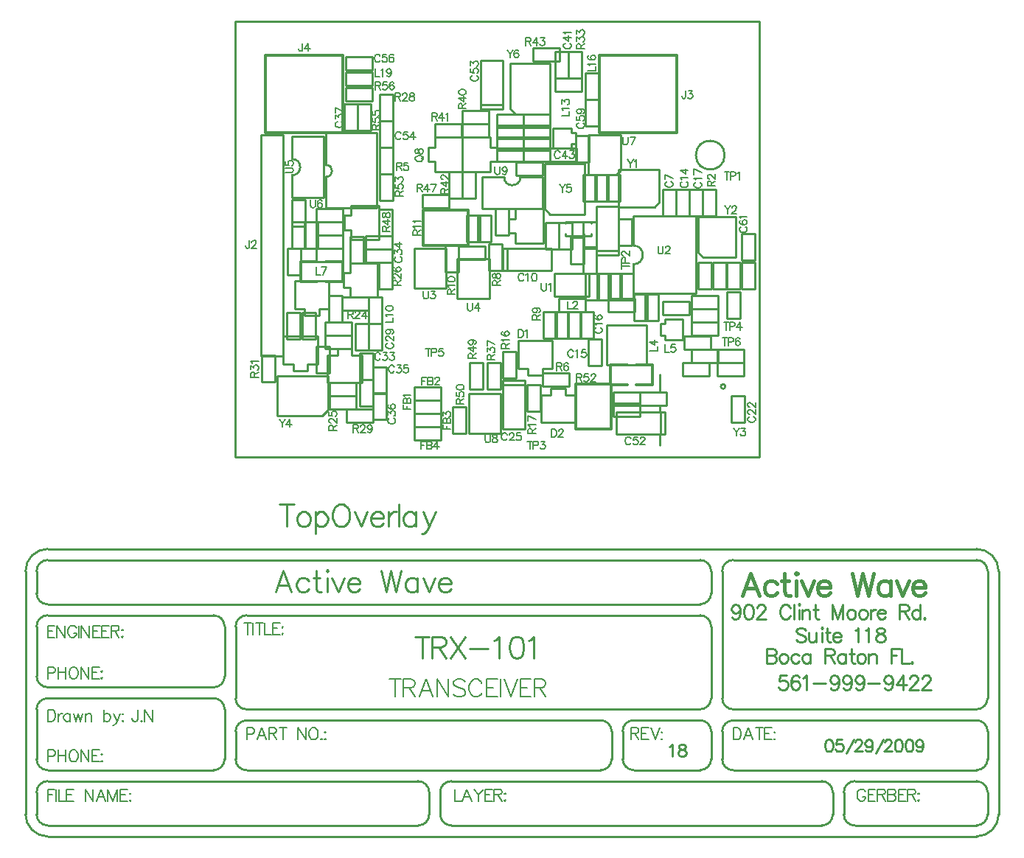
<source format=gto>
%FSLAX23Y23*%
%MOIN*%
G70*
G01*
G75*
G04 Layer_Color=65535*
%ADD10R,0.030X0.030*%
%ADD11R,0.030X0.030*%
%ADD12R,0.025X0.055*%
%ADD13R,0.025X0.095*%
%ADD14R,0.040X0.055*%
%ADD15R,0.055X0.040*%
%ADD16R,0.036X0.050*%
%ADD17R,0.036X0.036*%
%ADD18R,0.060X0.050*%
%ADD19R,0.150X0.050*%
%ADD20C,0.012*%
%ADD21R,0.024X0.024*%
%ADD22R,0.036X0.036*%
%ADD23R,0.050X0.036*%
%ADD24R,0.047X0.047*%
%ADD25R,0.047X0.047*%
%ADD26R,0.039X0.039*%
%ADD27R,0.039X0.020*%
%ADD28O,0.016X0.060*%
%ADD29R,0.020X0.050*%
%ADD30O,0.016X0.060*%
%ADD31O,0.024X0.080*%
%ADD32O,0.060X0.016*%
%ADD33R,0.059X0.031*%
%ADD34R,0.031X0.059*%
%ADD35R,0.090X0.024*%
%ADD36R,0.024X0.100*%
%ADD37R,0.070X0.024*%
%ADD38R,0.024X0.090*%
%ADD39R,0.055X0.025*%
%ADD40R,0.095X0.025*%
%ADD41R,0.020X0.030*%
%ADD42C,0.014*%
%ADD43C,0.012*%
%ADD44C,0.010*%
%ADD45C,0.030*%
%ADD46C,0.020*%
%ADD47C,0.008*%
%ADD48C,0.009*%
%ADD49C,0.005*%
%ADD50C,0.015*%
%ADD51C,0.045*%
%ADD52C,0.075*%
%ADD53C,0.140*%
%ADD54C,0.060*%
%ADD55C,0.062*%
%ADD56R,0.062X0.062*%
%ADD57C,0.110*%
%ADD58C,0.022*%
%ADD59C,0.010*%
%ADD60C,0.006*%
D43*
X1947Y1580D02*
Y1755D01*
X1597D02*
X1947D01*
X1597Y1405D02*
Y1755D01*
Y1405D02*
X1947D01*
Y1580D01*
X438D02*
Y1755D01*
X88D02*
X438D01*
X88Y1405D02*
Y1755D01*
Y1405D02*
X438D01*
Y1580D01*
X1647Y355D02*
X1722D01*
X1647Y265D02*
X1722D01*
X1762D02*
X1837D01*
X1762Y355D02*
X1837D01*
X1647Y265D02*
Y355D01*
X1837Y265D02*
Y355D01*
X246Y823D02*
X321D01*
X246Y733D02*
X321D01*
X361D02*
X436D01*
X361Y823D02*
X436D01*
X246Y733D02*
Y823D01*
X436Y733D02*
Y823D01*
X800Y975D02*
Y1054D01*
X1004D01*
Y975D02*
Y1054D01*
X800Y896D02*
Y975D01*
Y896D02*
X1004D01*
Y975D01*
X1491Y65D02*
X1570D01*
X1491D02*
Y269D01*
X1570D01*
Y65D02*
X1649D01*
Y269D01*
X1570D02*
X1649D01*
D44*
X1750Y810D02*
G03*
X1750Y896I0J43D01*
G01*
X207Y1213D02*
G03*
X207Y1288I0J37D01*
G01*
X361Y1206D02*
G03*
X361Y1260I0J27D01*
G01*
X1166Y1205D02*
G03*
X1241Y1205I37J0D01*
G01*
X2166Y258D02*
G03*
X2166Y258I-10J0D01*
G01*
X1350Y1151D02*
Y1266D01*
X1390D01*
X1530Y1036D02*
Y1151D01*
X1490Y1036D02*
X1530D01*
X1390Y1266D02*
X1530D01*
Y1151D02*
Y1266D01*
X1350Y1061D02*
Y1151D01*
Y1061D02*
X1375Y1036D01*
X1490D01*
X1526Y915D02*
Y950D01*
X1522Y995D02*
Y1001D01*
X1561Y938D02*
Y950D01*
Y995D02*
Y1002D01*
X1444Y938D02*
Y950D01*
Y995D02*
Y1002D01*
X1398Y1651D02*
Y1729D01*
X1417Y1771D02*
X1428D01*
X1297Y1729D02*
X1398D01*
X1417Y1771D02*
Y1789D01*
X1870Y142D02*
Y172D01*
X1871Y-8D02*
Y42D01*
Y232D02*
Y312D01*
X1779Y142D02*
X1873D01*
X1673Y42D02*
Y121D01*
X1314Y881D02*
X1379D01*
Y781D02*
Y881D01*
X1179Y781D02*
X1379D01*
X1179D02*
Y881D01*
X1314D01*
X1159D02*
X1179D01*
X1159Y781D02*
Y881D01*
Y781D02*
X1179D01*
X1582Y1008D02*
Y1073D01*
X1682D01*
Y873D02*
Y1073D01*
X1582Y873D02*
X1682D01*
X1582D02*
Y1008D01*
Y853D02*
Y873D01*
Y853D02*
X1682D01*
Y873D01*
X1260Y65D02*
Y130D01*
X1160Y65D02*
X1260D01*
X1160D02*
Y265D01*
X1260D01*
Y130D02*
Y265D01*
Y285D01*
X1160D02*
X1260D01*
X1160Y265D02*
Y285D01*
X1673Y42D02*
X1738D01*
X1673D02*
Y142D01*
X1873D01*
Y42D02*
Y142D01*
X1738Y42D02*
X1873D01*
X1893D01*
Y142D01*
X1873D02*
X1893D01*
X1059Y1666D02*
Y1731D01*
X1159D01*
Y1531D02*
Y1731D01*
X1059Y1531D02*
X1159D01*
X1059D02*
Y1666D01*
Y1511D02*
Y1531D01*
Y1511D02*
X1159D01*
Y1531D01*
X1275Y310D02*
X1322D01*
X1275D02*
Y340D01*
X1230D02*
X1275D01*
X1230D02*
Y465D01*
X1385D01*
Y340D02*
Y465D01*
X1340Y340D02*
X1385D01*
X1340Y310D02*
Y340D01*
X1322Y310D02*
X1340D01*
X1395Y250D02*
X1442D01*
Y220D02*
Y250D01*
Y220D02*
X1487D01*
Y95D02*
Y220D01*
X1332Y95D02*
X1487D01*
X1332D02*
Y220D01*
X1377D01*
Y250D01*
X1395D01*
X68Y1395D02*
X118D01*
X68Y395D02*
Y1395D01*
Y395D02*
X168D01*
Y1395D01*
X118D02*
X168D01*
X1659Y357D02*
X1809D01*
Y447D01*
X1629Y537D02*
X1779D01*
X1629Y447D02*
Y537D01*
Y357D02*
X1659D01*
X1629D02*
Y447D01*
X1779Y537D02*
X1809D01*
Y447D02*
Y537D01*
X213Y329D02*
X260D01*
X213D02*
Y359D01*
X168D02*
X213D01*
X168D02*
Y484D01*
X323D01*
Y359D02*
Y484D01*
X278Y359D02*
X323D01*
X278Y329D02*
Y359D01*
X260Y329D02*
X278D01*
X264Y579D02*
X311D01*
X264D02*
Y609D01*
X219D02*
X264D01*
X219D02*
Y734D01*
X374D01*
Y609D02*
Y734D01*
X329Y609D02*
X374D01*
X329Y579D02*
Y609D01*
X311Y579D02*
X329D01*
X439Y725D02*
Y772D01*
X469D01*
Y817D01*
X594D01*
Y662D02*
Y817D01*
X469Y662D02*
X594D01*
X469D02*
Y707D01*
X439D02*
X469D01*
X439D02*
Y725D01*
X430Y430D02*
X477D01*
Y400D02*
Y430D01*
Y400D02*
X522D01*
Y275D02*
Y400D01*
X367Y275D02*
X522D01*
X367D02*
Y400D01*
X412D01*
Y430D01*
X430D01*
X1133Y1274D02*
Y1321D01*
X1103Y1274D02*
X1133D01*
X1103Y1229D02*
Y1274D01*
X978Y1229D02*
X1103D01*
X978D02*
Y1384D01*
X1103D01*
Y1339D02*
Y1384D01*
Y1339D02*
X1133D01*
Y1321D02*
Y1339D01*
X822Y1292D02*
Y1339D01*
X852D01*
Y1384D01*
X977D01*
Y1229D02*
Y1384D01*
X852Y1229D02*
X977D01*
X852D02*
Y1274D01*
X822D02*
X852D01*
X822D02*
Y1292D01*
X444Y985D02*
Y1032D01*
X474D01*
Y1077D01*
X599D01*
Y922D02*
Y1077D01*
X474Y922D02*
X599D01*
X474D02*
Y967D01*
X444D02*
X474D01*
X444D02*
Y985D01*
X1395Y768D02*
X1472D01*
X1395Y717D02*
Y768D01*
Y666D02*
X1472D01*
X1395D02*
Y717D01*
X1472Y768D02*
X1549D01*
Y717D02*
Y768D01*
X1472Y666D02*
X1549D01*
Y717D01*
X1750Y896D02*
Y1028D01*
X1815D01*
X2032Y678D02*
Y853D01*
X1967Y678D02*
X2032D01*
X1815Y1028D02*
X2032D01*
Y853D02*
Y1028D01*
X1750Y678D02*
X1967D01*
X1750D02*
Y810D01*
X794Y881D02*
X904D01*
Y701D02*
Y881D01*
X759Y701D02*
X904D01*
X759D02*
Y881D01*
X794D01*
X989Y835D02*
X1099D01*
Y655D02*
Y835D01*
X954Y655D02*
X1099D01*
X954D02*
Y835D01*
X989D01*
X1548Y1214D02*
X1658D01*
X1548D02*
Y1394D01*
X1693D01*
Y1234D02*
Y1394D01*
X1548Y1214D02*
X1673D01*
X1693Y1234D01*
X1041Y227D02*
X1151D01*
Y47D02*
Y227D01*
X1006Y47D02*
X1151D01*
X1006D02*
Y227D01*
X1041D01*
X1867Y1091D02*
Y1238D01*
X1775D02*
X1867D01*
X1682Y1069D02*
X1775D01*
X1682D02*
Y1217D01*
Y1238D01*
X1775D01*
Y1069D02*
X1846D01*
X1867Y1091D01*
X2066Y841D02*
X2214D01*
Y934D01*
X2045D02*
Y1026D01*
X2192D01*
X2214D01*
Y934D02*
Y1026D01*
X2045Y863D02*
Y934D01*
Y863D02*
X2066Y841D01*
X139Y127D02*
X254D01*
X139D02*
Y167D01*
X254Y307D02*
X369D01*
Y267D02*
Y307D01*
X139Y167D02*
Y307D01*
X254D01*
Y127D02*
X344D01*
X369Y152D01*
Y267D01*
X1193Y1605D02*
Y1720D01*
X1233D01*
X1373Y1490D02*
Y1605D01*
X1333Y1490D02*
X1373D01*
X1233Y1720D02*
X1373D01*
Y1605D02*
Y1720D01*
X1193Y1515D02*
Y1605D01*
Y1515D02*
X1218Y1490D01*
X1333D01*
X1187Y951D02*
Y969D01*
Y951D02*
X1217D01*
Y906D02*
Y951D01*
Y906D02*
X1342D01*
Y1061D01*
X1217D02*
X1342D01*
X1217Y1016D02*
Y1061D01*
X1187Y1016D02*
X1217D01*
X1187Y969D02*
Y1016D01*
X1444Y938D02*
X1461D01*
X1533Y1002D02*
X1550D01*
X1461Y938D02*
X1550D01*
X1444Y1002D02*
X1533D01*
X1550Y938D02*
X1561D01*
X1550Y1002D02*
X1561D01*
X183Y-275D02*
Y-375D01*
X150Y-275D02*
X217D01*
X252Y-308D02*
X243Y-313D01*
X233Y-323D01*
X229Y-337D01*
Y-346D01*
X233Y-361D01*
X243Y-370D01*
X252Y-375D01*
X267D01*
X276Y-370D01*
X286Y-361D01*
X290Y-346D01*
Y-337D01*
X286Y-323D01*
X276Y-313D01*
X267Y-308D01*
X252D01*
X312D02*
Y-408D01*
Y-323D02*
X322Y-313D01*
X331Y-308D01*
X346D01*
X355Y-313D01*
X365Y-323D01*
X369Y-337D01*
Y-346D01*
X365Y-361D01*
X355Y-370D01*
X346Y-375D01*
X331D01*
X322Y-370D01*
X312Y-361D01*
X419Y-275D02*
X410Y-280D01*
X400Y-289D01*
X396Y-299D01*
X391Y-313D01*
Y-337D01*
X396Y-351D01*
X400Y-361D01*
X410Y-370D01*
X419Y-375D01*
X439D01*
X448Y-370D01*
X458Y-361D01*
X462Y-351D01*
X467Y-337D01*
Y-313D01*
X462Y-299D01*
X458Y-289D01*
X448Y-280D01*
X439Y-275D01*
X419D01*
X490Y-308D02*
X519Y-375D01*
X548Y-308D02*
X519Y-375D01*
X564Y-337D02*
X621D01*
Y-327D01*
X616Y-318D01*
X611Y-313D01*
X602Y-308D01*
X588D01*
X578Y-313D01*
X568Y-323D01*
X564Y-337D01*
Y-346D01*
X568Y-361D01*
X578Y-370D01*
X588Y-375D01*
X602D01*
X611Y-370D01*
X621Y-361D01*
X642Y-308D02*
Y-375D01*
Y-337D02*
X647Y-323D01*
X657Y-313D01*
X666Y-308D01*
X680D01*
X689Y-275D02*
Y-375D01*
X767Y-308D02*
Y-375D01*
Y-323D02*
X758Y-313D01*
X748Y-308D01*
X734D01*
X725Y-313D01*
X715Y-323D01*
X710Y-337D01*
Y-346D01*
X715Y-361D01*
X725Y-370D01*
X734Y-375D01*
X748D01*
X758Y-370D01*
X767Y-361D01*
X799Y-308D02*
X827Y-375D01*
X856Y-308D02*
X827Y-375D01*
X818Y-394D01*
X808Y-404D01*
X799Y-408D01*
X794D01*
X2163Y1304D02*
G03*
X2163Y1304I-65J0D01*
G01*
X-50Y1910D02*
X2320D01*
Y-60D02*
Y1910D01*
X-50Y-60D02*
X2320D01*
X-50Y-60D02*
Y1910D01*
X3352Y-1301D02*
G03*
X3303Y-1252I-49J0D01*
G01*
X2202D02*
G03*
X2152Y-1302I0J-50D01*
G01*
X3302Y-1202D02*
G03*
X3352Y-1152I0J50D01*
G01*
X2152D02*
G03*
X2202Y-1202I50J0D01*
G01*
X-898Y-477D02*
G03*
X-998Y-577I0J-100D01*
G01*
Y-1676D02*
G03*
X-899Y-1777I101J0D01*
G01*
X3302Y-1777D02*
G03*
X3402Y-1677I0J100D01*
G01*
Y-577D02*
G03*
X3302Y-477I-100J0D01*
G01*
X3352Y-576D02*
G03*
X3301Y-527I-49J0D01*
G01*
X3302Y-1477D02*
G03*
X3352Y-1427I0J50D01*
G01*
X3352Y-1576D02*
G03*
X3302Y-1527I-50J-1D01*
G01*
Y-1727D02*
G03*
X3352Y-1677I0J50D01*
G01*
X2052Y-1477D02*
G03*
X2102Y-1427I0J50D01*
G01*
X2152Y-1428D02*
G03*
X2202Y-1477I49J0D01*
G01*
X2102Y-1301D02*
G03*
X2053Y-1252I-49J0D01*
G01*
X-948Y-1677D02*
G03*
X-899Y-1727I50J0D01*
G01*
X2053Y-1202D02*
G03*
X2102Y-1152I-1J50D01*
G01*
X-898Y-1527D02*
G03*
X-948Y-1577I0J-50D01*
G01*
X2102Y-827D02*
G03*
X2052Y-777I-50J0D01*
G01*
Y-727D02*
G03*
X2102Y-677I0J50D01*
G01*
X2202Y-527D02*
G03*
X2152Y-577I0J-50D01*
G01*
X2102D02*
G03*
X2052Y-527I-50J0D01*
G01*
X-898D02*
G03*
X-948Y-577I0J-50D01*
G01*
Y-677D02*
G03*
X-898Y-727I50J0D01*
G01*
Y-777D02*
G03*
X-948Y-827I0J-50D01*
G01*
Y-1052D02*
G03*
X-898Y-1102I50J0D01*
G01*
Y-1152D02*
G03*
X-948Y-1202I0J-50D01*
G01*
Y-1427D02*
G03*
X-899Y-1477I50J0D01*
G01*
X2Y-777D02*
G03*
X-48Y-827I0J-50D01*
G01*
X2Y-1252D02*
G03*
X-48Y-1302I0J-50D01*
G01*
X1750Y-1252D02*
G03*
X1702Y-1302I0J-48D01*
G01*
X1702Y-1426D02*
G03*
X1752Y-1477I51J0D01*
G01*
X1603Y-1477D02*
G03*
X1652Y-1427I0J49D01*
G01*
X1652Y-1301D02*
G03*
X1603Y-1252I-49J0D01*
G01*
X-147Y-1477D02*
G03*
X-98Y-1428I0J49D01*
G01*
X-48D02*
G03*
X1Y-1477I49J0D01*
G01*
X-48Y-1153D02*
G03*
X1Y-1202I49J0D01*
G01*
X-98Y-1201D02*
G03*
X-149Y-1152I-49J0D01*
G01*
X-146Y-1102D02*
G03*
X-98Y-1054I0J48D01*
G01*
Y-826D02*
G03*
X-147Y-777I-49J0D01*
G01*
X2752Y-1527D02*
G03*
X2702Y-1577I0J-50D01*
G01*
Y-1678D02*
G03*
X2752Y-1727I49J0D01*
G01*
X2603Y-1727D02*
G03*
X2652Y-1677I1J48D01*
G01*
X2652Y-1577D02*
G03*
X2602Y-1527I-50J0D01*
G01*
X877Y-1677D02*
G03*
X926Y-1727I50J0D01*
G01*
X927Y-1527D02*
G03*
X877Y-1577I0J-50D01*
G01*
X778Y-1727D02*
G03*
X827Y-1677I1J48D01*
G01*
X827Y-1577D02*
G03*
X777Y-1527I-50J0D01*
G01*
X3352Y-1427D02*
Y-1301D01*
X2152Y-1427D02*
Y-1302D01*
X3352Y-1152D02*
Y-577D01*
X2152Y-1152D02*
Y-577D01*
X-998Y-1677D02*
Y-577D01*
X-948Y-1677D02*
Y-1577D01*
X3352Y-1677D02*
Y-1577D01*
X2102Y-1427D02*
Y-1302D01*
X1702Y-1427D02*
Y-1302D01*
X-48Y-1427D02*
Y-1302D01*
X1652Y-1427D02*
Y-1302D01*
X-48Y-1152D02*
Y-827D01*
X2102Y-1152D02*
Y-827D01*
Y-677D02*
Y-577D01*
X-948Y-677D02*
Y-577D01*
X-98Y-1052D02*
Y-827D01*
X-948Y-1052D02*
Y-827D01*
X-98Y-1427D02*
Y-1202D01*
X-948Y-1427D02*
Y-1202D01*
X3402Y-1677D02*
Y-577D01*
X2702Y-1677D02*
Y-1577D01*
X2652Y-1677D02*
Y-1577D01*
X877Y-1677D02*
Y-1577D01*
X827Y-1677D02*
Y-1577D01*
X2202Y-1252D02*
X3302D01*
X2202Y-1202D02*
X3302D01*
X2D02*
X2052D01*
X2202Y-527D02*
X3302D01*
X2202Y-1477D02*
X3302D01*
X1752Y-1252D02*
X2052D01*
X1752Y-1477D02*
X2052D01*
X2D02*
X1602D01*
X2Y-1252D02*
X1602D01*
X2Y-777D02*
X2052D01*
X-898Y-727D02*
X2052D01*
X-898Y-777D02*
X-148D01*
X-898Y-1102D02*
X-148D01*
X-898Y-1152D02*
X-148D01*
X-898Y-1477D02*
X-148D01*
X-898Y-477D02*
X3302D01*
X-898Y-1777D02*
X3302D01*
X-898Y-527D02*
X2052D01*
X2752Y-1527D02*
X3302D01*
X2752Y-1727D02*
X3302D01*
X927Y-1527D02*
X2602D01*
X-898D02*
X777D01*
X-898Y-1727D02*
X777D01*
X927D02*
X2602D01*
X2353Y-929D02*
Y-993D01*
Y-929D02*
X2380D01*
X2389Y-932D01*
X2392Y-935D01*
X2396Y-941D01*
Y-947D01*
X2392Y-953D01*
X2389Y-956D01*
X2380Y-959D01*
X2353D02*
X2380D01*
X2389Y-962D01*
X2392Y-965D01*
X2396Y-971D01*
Y-981D01*
X2392Y-987D01*
X2389Y-990D01*
X2380Y-993D01*
X2353D01*
X2425Y-950D02*
X2419Y-953D01*
X2413Y-959D01*
X2410Y-968D01*
Y-974D01*
X2413Y-984D01*
X2419Y-990D01*
X2425Y-993D01*
X2434D01*
X2440Y-990D01*
X2446Y-984D01*
X2449Y-974D01*
Y-968D01*
X2446Y-959D01*
X2440Y-953D01*
X2434Y-950D01*
X2425D01*
X2500Y-959D02*
X2494Y-953D01*
X2488Y-950D01*
X2479D01*
X2473Y-953D01*
X2467Y-959D01*
X2463Y-968D01*
Y-974D01*
X2467Y-984D01*
X2473Y-990D01*
X2479Y-993D01*
X2488D01*
X2494Y-990D01*
X2500Y-984D01*
X2550Y-950D02*
Y-993D01*
Y-959D02*
X2544Y-953D01*
X2538Y-950D01*
X2529D01*
X2523Y-953D01*
X2517Y-959D01*
X2514Y-968D01*
Y-974D01*
X2517Y-984D01*
X2523Y-990D01*
X2529Y-993D01*
X2538D01*
X2544Y-990D01*
X2550Y-984D01*
X2618Y-929D02*
Y-993D01*
Y-929D02*
X2645D01*
X2654Y-932D01*
X2657Y-935D01*
X2660Y-941D01*
Y-947D01*
X2657Y-953D01*
X2654Y-956D01*
X2645Y-959D01*
X2618D01*
X2639D02*
X2660Y-993D01*
X2711Y-950D02*
Y-993D01*
Y-959D02*
X2705Y-953D01*
X2699Y-950D01*
X2690D01*
X2684Y-953D01*
X2678Y-959D01*
X2675Y-968D01*
Y-974D01*
X2678Y-984D01*
X2684Y-990D01*
X2690Y-993D01*
X2699D01*
X2705Y-990D01*
X2711Y-984D01*
X2737Y-929D02*
Y-981D01*
X2740Y-990D01*
X2747Y-993D01*
X2753D01*
X2728Y-950D02*
X2750D01*
X2777D02*
X2771Y-953D01*
X2765Y-959D01*
X2762Y-968D01*
Y-974D01*
X2765Y-984D01*
X2771Y-990D01*
X2777Y-993D01*
X2786D01*
X2792Y-990D01*
X2798Y-984D01*
X2801Y-974D01*
Y-968D01*
X2798Y-959D01*
X2792Y-953D01*
X2786Y-950D01*
X2777D01*
X2815D02*
Y-993D01*
Y-962D02*
X2825Y-953D01*
X2831Y-950D01*
X2840D01*
X2846Y-953D01*
X2849Y-962D01*
Y-993D01*
X2916Y-929D02*
Y-993D01*
Y-929D02*
X2956D01*
X2916Y-959D02*
X2940D01*
X2963Y-929D02*
Y-993D01*
X2999D01*
X3009Y-987D02*
X3006Y-990D01*
X3009Y-993D01*
X3013Y-990D01*
X3009Y-987D01*
X2232Y-750D02*
X2229Y-759D01*
X2223Y-765D01*
X2214Y-768D01*
X2211D01*
X2202Y-765D01*
X2196Y-759D01*
X2193Y-750D01*
Y-747D01*
X2196Y-738D01*
X2202Y-732D01*
X2211Y-729D01*
X2214D01*
X2223Y-732D01*
X2229Y-738D01*
X2232Y-750D01*
Y-765D01*
X2229Y-781D01*
X2223Y-790D01*
X2214Y-793D01*
X2208D01*
X2199Y-790D01*
X2196Y-784D01*
X2268Y-729D02*
X2259Y-732D01*
X2253Y-741D01*
X2250Y-756D01*
Y-765D01*
X2253Y-781D01*
X2259Y-790D01*
X2268Y-793D01*
X2274D01*
X2283Y-790D01*
X2289Y-781D01*
X2292Y-765D01*
Y-756D01*
X2289Y-741D01*
X2283Y-732D01*
X2274Y-729D01*
X2268D01*
X2310Y-744D02*
Y-741D01*
X2313Y-735D01*
X2316Y-732D01*
X2322Y-729D01*
X2334D01*
X2340Y-732D01*
X2343Y-735D01*
X2346Y-741D01*
Y-747D01*
X2343Y-753D01*
X2337Y-762D01*
X2307Y-793D01*
X2349D01*
X2460Y-744D02*
X2457Y-738D01*
X2451Y-732D01*
X2445Y-729D01*
X2432D01*
X2426Y-732D01*
X2420Y-738D01*
X2417Y-744D01*
X2414Y-753D01*
Y-768D01*
X2417Y-777D01*
X2420Y-784D01*
X2426Y-790D01*
X2432Y-793D01*
X2445D01*
X2451Y-790D01*
X2457Y-784D01*
X2460Y-777D01*
X2478Y-729D02*
Y-793D01*
X2497Y-729D02*
X2500Y-732D01*
X2503Y-729D01*
X2500Y-726D01*
X2497Y-729D01*
X2500Y-750D02*
Y-793D01*
X2515Y-750D02*
Y-793D01*
Y-762D02*
X2524Y-753D01*
X2530Y-750D01*
X2539D01*
X2545Y-753D01*
X2548Y-762D01*
Y-793D01*
X2574Y-729D02*
Y-781D01*
X2577Y-790D01*
X2583Y-793D01*
X2589D01*
X2565Y-750D02*
X2586D01*
X2649Y-729D02*
Y-793D01*
Y-729D02*
X2673Y-793D01*
X2697Y-729D02*
X2673Y-793D01*
X2697Y-729D02*
Y-793D01*
X2731Y-750D02*
X2725Y-753D01*
X2719Y-759D01*
X2716Y-768D01*
Y-774D01*
X2719Y-784D01*
X2725Y-790D01*
X2731Y-793D01*
X2740D01*
X2746Y-790D01*
X2752Y-784D01*
X2755Y-774D01*
Y-768D01*
X2752Y-759D01*
X2746Y-753D01*
X2740Y-750D01*
X2731D01*
X2785D02*
X2778Y-753D01*
X2772Y-759D01*
X2769Y-768D01*
Y-774D01*
X2772Y-784D01*
X2778Y-790D01*
X2785Y-793D01*
X2794D01*
X2800Y-790D01*
X2806Y-784D01*
X2809Y-774D01*
Y-768D01*
X2806Y-759D01*
X2800Y-753D01*
X2794Y-750D01*
X2785D01*
X2823D02*
Y-793D01*
Y-768D02*
X2826Y-759D01*
X2832Y-753D01*
X2838Y-750D01*
X2847D01*
X2853Y-768D02*
X2890D01*
Y-762D01*
X2887Y-756D01*
X2884Y-753D01*
X2878Y-750D01*
X2868D01*
X2862Y-753D01*
X2856Y-759D01*
X2853Y-768D01*
Y-774D01*
X2856Y-784D01*
X2862Y-790D01*
X2868Y-793D01*
X2878D01*
X2884Y-790D01*
X2890Y-784D01*
X2954Y-729D02*
Y-793D01*
Y-729D02*
X2981D01*
X2990Y-732D01*
X2993Y-735D01*
X2996Y-741D01*
Y-747D01*
X2993Y-753D01*
X2990Y-756D01*
X2981Y-759D01*
X2954D01*
X2975D02*
X2996Y-793D01*
X3047Y-729D02*
Y-793D01*
Y-759D02*
X3041Y-753D01*
X3035Y-750D01*
X3026D01*
X3020Y-753D01*
X3014Y-759D01*
X3011Y-768D01*
Y-774D01*
X3014Y-784D01*
X3020Y-790D01*
X3026Y-793D01*
X3035D01*
X3041Y-790D01*
X3047Y-784D01*
X3067Y-787D02*
X3064Y-790D01*
X3067Y-793D01*
X3070Y-790D01*
X3067Y-787D01*
X2444Y-1049D02*
X2414D01*
X2411Y-1076D01*
X2414Y-1073D01*
X2423Y-1070D01*
X2432D01*
X2441Y-1073D01*
X2447Y-1079D01*
X2451Y-1088D01*
Y-1094D01*
X2447Y-1104D01*
X2441Y-1110D01*
X2432Y-1113D01*
X2423D01*
X2414Y-1110D01*
X2411Y-1107D01*
X2408Y-1101D01*
X2501Y-1058D02*
X2498Y-1052D01*
X2489Y-1049D01*
X2483D01*
X2474Y-1052D01*
X2468Y-1061D01*
X2465Y-1076D01*
Y-1091D01*
X2468Y-1104D01*
X2474Y-1110D01*
X2483Y-1113D01*
X2486D01*
X2495Y-1110D01*
X2501Y-1104D01*
X2504Y-1094D01*
Y-1091D01*
X2501Y-1082D01*
X2495Y-1076D01*
X2486Y-1073D01*
X2483D01*
X2474Y-1076D01*
X2468Y-1082D01*
X2465Y-1091D01*
X2518Y-1061D02*
X2525Y-1058D01*
X2534Y-1049D01*
Y-1113D01*
X2565Y-1085D02*
X2620D01*
X2679Y-1070D02*
X2676Y-1079D01*
X2670Y-1085D01*
X2660Y-1088D01*
X2657D01*
X2648Y-1085D01*
X2642Y-1079D01*
X2639Y-1070D01*
Y-1067D01*
X2642Y-1058D01*
X2648Y-1052D01*
X2657Y-1049D01*
X2660D01*
X2670Y-1052D01*
X2676Y-1058D01*
X2679Y-1070D01*
Y-1085D01*
X2676Y-1101D01*
X2670Y-1110D01*
X2660Y-1113D01*
X2654D01*
X2645Y-1110D01*
X2642Y-1104D01*
X2736Y-1070D02*
X2733Y-1079D01*
X2727Y-1085D01*
X2717Y-1088D01*
X2714D01*
X2705Y-1085D01*
X2699Y-1079D01*
X2696Y-1070D01*
Y-1067D01*
X2699Y-1058D01*
X2705Y-1052D01*
X2714Y-1049D01*
X2717D01*
X2727Y-1052D01*
X2733Y-1058D01*
X2736Y-1070D01*
Y-1085D01*
X2733Y-1101D01*
X2727Y-1110D01*
X2717Y-1113D01*
X2711D01*
X2702Y-1110D01*
X2699Y-1104D01*
X2793Y-1070D02*
X2790Y-1079D01*
X2784Y-1085D01*
X2774Y-1088D01*
X2771D01*
X2762Y-1085D01*
X2756Y-1079D01*
X2753Y-1070D01*
Y-1067D01*
X2756Y-1058D01*
X2762Y-1052D01*
X2771Y-1049D01*
X2774D01*
X2784Y-1052D01*
X2790Y-1058D01*
X2793Y-1070D01*
Y-1085D01*
X2790Y-1101D01*
X2784Y-1110D01*
X2774Y-1113D01*
X2768D01*
X2759Y-1110D01*
X2756Y-1104D01*
X2810Y-1085D02*
X2865D01*
X2923Y-1070D02*
X2920Y-1079D01*
X2914Y-1085D01*
X2905Y-1088D01*
X2902D01*
X2893Y-1085D01*
X2887Y-1079D01*
X2884Y-1070D01*
Y-1067D01*
X2887Y-1058D01*
X2893Y-1052D01*
X2902Y-1049D01*
X2905D01*
X2914Y-1052D01*
X2920Y-1058D01*
X2923Y-1070D01*
Y-1085D01*
X2920Y-1101D01*
X2914Y-1110D01*
X2905Y-1113D01*
X2899D01*
X2890Y-1110D01*
X2887Y-1104D01*
X2971Y-1049D02*
X2941Y-1091D01*
X2986D01*
X2971Y-1049D02*
Y-1113D01*
X3001Y-1064D02*
Y-1061D01*
X3004Y-1055D01*
X3007Y-1052D01*
X3013Y-1049D01*
X3025D01*
X3031Y-1052D01*
X3034Y-1055D01*
X3037Y-1061D01*
Y-1067D01*
X3034Y-1073D01*
X3028Y-1082D01*
X2998Y-1113D01*
X3040D01*
X3058Y-1064D02*
Y-1061D01*
X3061Y-1055D01*
X3064Y-1052D01*
X3070Y-1049D01*
X3082D01*
X3088Y-1052D01*
X3091Y-1055D01*
X3094Y-1061D01*
Y-1067D01*
X3091Y-1073D01*
X3085Y-1082D01*
X3055Y-1113D01*
X3097D01*
X2531Y-843D02*
X2524Y-837D01*
X2515Y-834D01*
X2503D01*
X2494Y-837D01*
X2488Y-843D01*
Y-849D01*
X2491Y-855D01*
X2494Y-858D01*
X2500Y-861D01*
X2518Y-867D01*
X2524Y-870D01*
X2527Y-873D01*
X2531Y-879D01*
Y-889D01*
X2524Y-895D01*
X2515Y-898D01*
X2503D01*
X2494Y-895D01*
X2488Y-889D01*
X2545Y-855D02*
Y-886D01*
X2548Y-895D01*
X2554Y-898D01*
X2563D01*
X2569Y-895D01*
X2578Y-886D01*
Y-855D02*
Y-898D01*
X2601Y-834D02*
X2604Y-837D01*
X2607Y-834D01*
X2604Y-831D01*
X2601Y-834D01*
X2604Y-855D02*
Y-898D01*
X2628Y-834D02*
Y-886D01*
X2631Y-895D01*
X2637Y-898D01*
X2643D01*
X2619Y-855D02*
X2640D01*
X2652Y-873D02*
X2689D01*
Y-867D01*
X2686Y-861D01*
X2683Y-858D01*
X2676Y-855D01*
X2667D01*
X2661Y-858D01*
X2655Y-864D01*
X2652Y-873D01*
Y-879D01*
X2655Y-889D01*
X2661Y-895D01*
X2667Y-898D01*
X2676D01*
X2683Y-895D01*
X2689Y-889D01*
X2753Y-846D02*
X2759Y-843D01*
X2768Y-834D01*
Y-898D01*
X2800Y-846D02*
X2806Y-843D01*
X2815Y-834D01*
Y-898D01*
X2862Y-834D02*
X2853Y-837D01*
X2850Y-843D01*
Y-849D01*
X2853Y-855D01*
X2859Y-858D01*
X2871Y-861D01*
X2880Y-864D01*
X2886Y-870D01*
X2889Y-876D01*
Y-886D01*
X2886Y-892D01*
X2883Y-895D01*
X2874Y-898D01*
X2862D01*
X2853Y-895D01*
X2850Y-892D01*
X2846Y-886D01*
Y-876D01*
X2850Y-870D01*
X2856Y-864D01*
X2865Y-861D01*
X2877Y-858D01*
X2883Y-855D01*
X2886Y-849D01*
Y-843D01*
X2883Y-837D01*
X2874Y-834D01*
X2862D01*
D47*
X-490Y-1205D02*
Y-1245D01*
X-492Y-1253D01*
X-495Y-1255D01*
X-500Y-1258D01*
X-505D01*
X-510Y-1255D01*
X-513Y-1253D01*
X-515Y-1245D01*
Y-1240D01*
X-474Y-1253D02*
X-476Y-1255D01*
X-474Y-1258D01*
X-471Y-1255D01*
X-474Y-1253D01*
X-459Y-1205D02*
Y-1258D01*
Y-1205D02*
X-424Y-1258D01*
Y-1205D02*
Y-1258D01*
X675Y-1066D02*
Y-1146D01*
X648Y-1066D02*
X701D01*
X711D02*
Y-1146D01*
Y-1066D02*
X745D01*
X757Y-1070D01*
X760Y-1074D01*
X764Y-1081D01*
Y-1089D01*
X760Y-1096D01*
X757Y-1100D01*
X745Y-1104D01*
X711D01*
X738D02*
X764Y-1146D01*
X843D02*
X813Y-1066D01*
X782Y-1146D01*
X793Y-1119D02*
X832D01*
X862Y-1066D02*
Y-1146D01*
Y-1066D02*
X915Y-1146D01*
Y-1066D02*
Y-1146D01*
X990Y-1077D02*
X983Y-1070D01*
X971Y-1066D01*
X956D01*
X945Y-1070D01*
X937Y-1077D01*
Y-1085D01*
X941Y-1093D01*
X945Y-1096D01*
X952Y-1100D01*
X975Y-1108D01*
X983Y-1112D01*
X987Y-1116D01*
X990Y-1123D01*
Y-1135D01*
X983Y-1142D01*
X971Y-1146D01*
X956D01*
X945Y-1142D01*
X937Y-1135D01*
X1065Y-1085D02*
X1062Y-1077D01*
X1054Y-1070D01*
X1046Y-1066D01*
X1031D01*
X1024Y-1070D01*
X1016Y-1077D01*
X1012Y-1085D01*
X1008Y-1096D01*
Y-1116D01*
X1012Y-1127D01*
X1016Y-1135D01*
X1024Y-1142D01*
X1031Y-1146D01*
X1046D01*
X1054Y-1142D01*
X1062Y-1135D01*
X1065Y-1127D01*
X1137Y-1066D02*
X1088D01*
Y-1146D01*
X1137D01*
X1088Y-1104D02*
X1118D01*
X1151Y-1066D02*
Y-1146D01*
X1168Y-1066D02*
X1198Y-1146D01*
X1228Y-1066D02*
X1198Y-1146D01*
X1288Y-1066D02*
X1239D01*
Y-1146D01*
X1288D01*
X1239Y-1104D02*
X1269D01*
X1302Y-1066D02*
Y-1146D01*
Y-1066D02*
X1336D01*
X1347Y-1070D01*
X1351Y-1074D01*
X1355Y-1081D01*
Y-1089D01*
X1351Y-1096D01*
X1347Y-1100D01*
X1336Y-1104D01*
X1302D01*
X1328D02*
X1355Y-1146D01*
D48*
X1914Y-1371D02*
X1919Y-1369D01*
X1927Y-1361D01*
Y-1414D01*
X1966Y-1361D02*
X1958Y-1364D01*
X1956Y-1369D01*
Y-1374D01*
X1958Y-1379D01*
X1964Y-1381D01*
X1974Y-1384D01*
X1981Y-1386D01*
X1986Y-1392D01*
X1989Y-1397D01*
Y-1404D01*
X1986Y-1409D01*
X1984Y-1412D01*
X1976Y-1414D01*
X1966D01*
X1958Y-1412D01*
X1956Y-1409D01*
X1953Y-1404D01*
Y-1397D01*
X1956Y-1392D01*
X1961Y-1386D01*
X1969Y-1384D01*
X1979Y-1381D01*
X1984Y-1379D01*
X1986Y-1374D01*
Y-1369D01*
X1984Y-1364D01*
X1976Y-1361D01*
X1966D01*
X796Y-874D02*
Y-970D01*
X764Y-874D02*
X828D01*
X839D02*
Y-970D01*
Y-874D02*
X881D01*
X894Y-879D01*
X899Y-883D01*
X903Y-892D01*
Y-901D01*
X899Y-911D01*
X894Y-915D01*
X881Y-920D01*
X839D01*
X871D02*
X903Y-970D01*
X925Y-874D02*
X989Y-970D01*
Y-874D02*
X925Y-970D01*
X1010Y-929D02*
X1093D01*
X1121Y-892D02*
X1130Y-888D01*
X1144Y-874D01*
Y-970D01*
X1219Y-874D02*
X1205Y-879D01*
X1196Y-892D01*
X1191Y-915D01*
Y-929D01*
X1196Y-952D01*
X1205Y-965D01*
X1219Y-970D01*
X1228D01*
X1242Y-965D01*
X1251Y-952D01*
X1255Y-929D01*
Y-915D01*
X1251Y-892D01*
X1242Y-879D01*
X1228Y-874D01*
X1219D01*
X1277Y-892D02*
X1286Y-888D01*
X1300Y-874D01*
Y-970D01*
X205Y-672D02*
X168Y-576D01*
X132Y-672D01*
X145Y-640D02*
X191D01*
X282Y-622D02*
X273Y-612D01*
X264Y-608D01*
X250D01*
X241Y-612D01*
X232Y-622D01*
X227Y-635D01*
Y-644D01*
X232Y-658D01*
X241Y-667D01*
X250Y-672D01*
X264D01*
X273Y-667D01*
X282Y-658D01*
X316Y-576D02*
Y-654D01*
X321Y-667D01*
X330Y-672D01*
X339D01*
X303Y-608D02*
X335D01*
X362Y-576D02*
X367Y-580D01*
X371Y-576D01*
X367Y-571D01*
X362Y-576D01*
X367Y-608D02*
Y-672D01*
X388Y-608D02*
X416Y-672D01*
X443Y-608D02*
X416Y-672D01*
X459Y-635D02*
X513D01*
Y-626D01*
X509Y-617D01*
X504Y-612D01*
X495Y-608D01*
X481D01*
X472Y-612D01*
X463Y-622D01*
X459Y-635D01*
Y-644D01*
X463Y-658D01*
X472Y-667D01*
X481Y-672D01*
X495D01*
X504Y-667D01*
X513Y-658D01*
X609Y-576D02*
X632Y-672D01*
X655Y-576D02*
X632Y-672D01*
X655Y-576D02*
X678Y-672D01*
X701Y-576D02*
X678Y-672D01*
X775Y-608D02*
Y-672D01*
Y-622D02*
X766Y-612D01*
X757Y-608D01*
X743D01*
X734Y-612D01*
X725Y-622D01*
X720Y-635D01*
Y-644D01*
X725Y-658D01*
X734Y-667D01*
X743Y-672D01*
X757D01*
X766Y-667D01*
X775Y-658D01*
X800Y-608D02*
X828Y-672D01*
X855Y-608D02*
X828Y-672D01*
X871Y-635D02*
X926D01*
Y-626D01*
X921Y-617D01*
X917Y-612D01*
X907Y-608D01*
X894D01*
X885Y-612D01*
X875Y-622D01*
X871Y-635D01*
Y-644D01*
X875Y-658D01*
X885Y-667D01*
X894Y-672D01*
X907D01*
X917Y-667D01*
X926Y-658D01*
X2632Y-1339D02*
X2624Y-1342D01*
X2619Y-1349D01*
X2617Y-1362D01*
Y-1370D01*
X2619Y-1382D01*
X2624Y-1390D01*
X2632Y-1392D01*
X2637D01*
X2644Y-1390D01*
X2650Y-1382D01*
X2652Y-1370D01*
Y-1362D01*
X2650Y-1349D01*
X2644Y-1342D01*
X2637Y-1339D01*
X2632D01*
X2695D02*
X2669D01*
X2667Y-1362D01*
X2669Y-1359D01*
X2677Y-1357D01*
X2684D01*
X2692Y-1359D01*
X2697Y-1364D01*
X2700Y-1372D01*
Y-1377D01*
X2697Y-1385D01*
X2692Y-1390D01*
X2684Y-1392D01*
X2677D01*
X2669Y-1390D01*
X2667Y-1387D01*
X2664Y-1382D01*
X2712Y-1400D02*
X2747Y-1339D01*
X2753Y-1352D02*
Y-1349D01*
X2756Y-1344D01*
X2758Y-1342D01*
X2763Y-1339D01*
X2773D01*
X2779Y-1342D01*
X2781Y-1344D01*
X2784Y-1349D01*
Y-1354D01*
X2781Y-1359D01*
X2776Y-1367D01*
X2751Y-1392D01*
X2786D01*
X2831Y-1357D02*
X2829Y-1364D01*
X2823Y-1370D01*
X2816Y-1372D01*
X2813D01*
X2806Y-1370D01*
X2801Y-1364D01*
X2798Y-1357D01*
Y-1354D01*
X2801Y-1347D01*
X2806Y-1342D01*
X2813Y-1339D01*
X2816D01*
X2823Y-1342D01*
X2829Y-1347D01*
X2831Y-1357D01*
Y-1370D01*
X2829Y-1382D01*
X2823Y-1390D01*
X2816Y-1392D01*
X2811D01*
X2803Y-1390D01*
X2801Y-1385D01*
X2846Y-1400D02*
X2881Y-1339D01*
X2887Y-1352D02*
Y-1349D01*
X2890Y-1344D01*
X2892Y-1342D01*
X2897Y-1339D01*
X2908D01*
X2913Y-1342D01*
X2915Y-1344D01*
X2918Y-1349D01*
Y-1354D01*
X2915Y-1359D01*
X2910Y-1367D01*
X2885Y-1392D01*
X2920D01*
X2947Y-1339D02*
X2940Y-1342D01*
X2935Y-1349D01*
X2932Y-1362D01*
Y-1370D01*
X2935Y-1382D01*
X2940Y-1390D01*
X2947Y-1392D01*
X2952D01*
X2960Y-1390D01*
X2965Y-1382D01*
X2968Y-1370D01*
Y-1362D01*
X2965Y-1349D01*
X2960Y-1342D01*
X2952Y-1339D01*
X2947D01*
X2995D02*
X2987Y-1342D01*
X2982Y-1349D01*
X2980Y-1362D01*
Y-1370D01*
X2982Y-1382D01*
X2987Y-1390D01*
X2995Y-1392D01*
X3000D01*
X3008Y-1390D01*
X3013Y-1382D01*
X3015Y-1370D01*
Y-1362D01*
X3013Y-1349D01*
X3008Y-1342D01*
X3000Y-1339D01*
X2995D01*
X3060Y-1357D02*
X3058Y-1364D01*
X3053Y-1370D01*
X3045Y-1372D01*
X3042D01*
X3035Y-1370D01*
X3030Y-1364D01*
X3027Y-1357D01*
Y-1354D01*
X3030Y-1347D01*
X3035Y-1342D01*
X3042Y-1339D01*
X3045D01*
X3053Y-1342D01*
X3058Y-1347D01*
X3060Y-1357D01*
Y-1370D01*
X3058Y-1382D01*
X3053Y-1390D01*
X3045Y-1392D01*
X3040D01*
X3032Y-1390D01*
X3030Y-1385D01*
D49*
X2202Y-1286D02*
Y-1339D01*
Y-1286D02*
X2220D01*
X2227Y-1289D01*
X2232Y-1294D01*
X2235Y-1299D01*
X2237Y-1306D01*
Y-1319D01*
X2235Y-1327D01*
X2232Y-1332D01*
X2227Y-1337D01*
X2220Y-1339D01*
X2202D01*
X2290D02*
X2270Y-1286D01*
X2249Y-1339D01*
X2257Y-1322D02*
X2282D01*
X2320Y-1286D02*
Y-1339D01*
X2302Y-1286D02*
X2338D01*
X2377D02*
X2344D01*
Y-1339D01*
X2377D01*
X2344Y-1311D02*
X2365D01*
X2389Y-1304D02*
X2386Y-1306D01*
X2389Y-1309D01*
X2391Y-1306D01*
X2389Y-1304D01*
Y-1334D02*
X2386Y-1337D01*
X2389Y-1339D01*
X2391Y-1337D01*
X2389Y-1334D01*
X1739Y-1286D02*
Y-1339D01*
Y-1286D02*
X1762D01*
X1770Y-1289D01*
X1772Y-1291D01*
X1775Y-1296D01*
Y-1301D01*
X1772Y-1306D01*
X1770Y-1309D01*
X1762Y-1311D01*
X1739D01*
X1757D02*
X1775Y-1339D01*
X1820Y-1286D02*
X1787D01*
Y-1339D01*
X1820D01*
X1787Y-1311D02*
X1807D01*
X1829Y-1286D02*
X1849Y-1339D01*
X1869Y-1286D02*
X1849Y-1339D01*
X1879Y-1304D02*
X1876Y-1306D01*
X1879Y-1309D01*
X1881Y-1306D01*
X1879Y-1304D01*
Y-1334D02*
X1876Y-1337D01*
X1879Y-1339D01*
X1881Y-1337D01*
X1879Y-1334D01*
X-898Y-1039D02*
X-875D01*
X-868Y-1036D01*
X-865Y-1034D01*
X-863Y-1029D01*
Y-1021D01*
X-865Y-1016D01*
X-868Y-1014D01*
X-875Y-1011D01*
X-898D01*
Y-1064D01*
X-851Y-1011D02*
Y-1064D01*
X-815Y-1011D02*
Y-1064D01*
X-851Y-1036D02*
X-815D01*
X-785Y-1011D02*
X-790Y-1014D01*
X-795Y-1019D01*
X-798Y-1024D01*
X-800Y-1031D01*
Y-1044D01*
X-798Y-1052D01*
X-795Y-1057D01*
X-790Y-1062D01*
X-785Y-1064D01*
X-775D01*
X-770Y-1062D01*
X-765Y-1057D01*
X-762Y-1052D01*
X-760Y-1044D01*
Y-1031D01*
X-762Y-1024D01*
X-765Y-1019D01*
X-770Y-1014D01*
X-775Y-1011D01*
X-785D01*
X-747D02*
Y-1064D01*
Y-1011D02*
X-712Y-1064D01*
Y-1011D02*
Y-1064D01*
X-664Y-1011D02*
X-697D01*
Y-1064D01*
X-664D01*
X-697Y-1036D02*
X-677D01*
X-653Y-1029D02*
X-655Y-1031D01*
X-653Y-1034D01*
X-650Y-1031D01*
X-653Y-1029D01*
Y-1059D02*
X-655Y-1062D01*
X-653Y-1064D01*
X-650Y-1062D01*
X-653Y-1059D01*
X-898Y-1414D02*
X-875D01*
X-868Y-1411D01*
X-865Y-1409D01*
X-863Y-1404D01*
Y-1396D01*
X-865Y-1391D01*
X-868Y-1389D01*
X-875Y-1386D01*
X-898D01*
Y-1439D01*
X-851Y-1386D02*
Y-1439D01*
X-815Y-1386D02*
Y-1439D01*
X-851Y-1411D02*
X-815D01*
X-785Y-1386D02*
X-790Y-1389D01*
X-795Y-1394D01*
X-798Y-1399D01*
X-800Y-1406D01*
Y-1419D01*
X-798Y-1427D01*
X-795Y-1432D01*
X-790Y-1437D01*
X-785Y-1439D01*
X-775D01*
X-770Y-1437D01*
X-765Y-1432D01*
X-762Y-1427D01*
X-760Y-1419D01*
Y-1406D01*
X-762Y-1399D01*
X-765Y-1394D01*
X-770Y-1389D01*
X-775Y-1386D01*
X-785D01*
X-747D02*
Y-1439D01*
Y-1386D02*
X-712Y-1439D01*
Y-1386D02*
Y-1439D01*
X-664Y-1386D02*
X-697D01*
Y-1439D01*
X-664D01*
X-697Y-1411D02*
X-677D01*
X-653Y-1404D02*
X-655Y-1406D01*
X-653Y-1409D01*
X-650Y-1406D01*
X-653Y-1404D01*
Y-1434D02*
X-655Y-1437D01*
X-653Y-1439D01*
X-650Y-1437D01*
X-653Y-1434D01*
X942Y-1564D02*
Y-1617D01*
X972D01*
X1019D02*
X998Y-1564D01*
X978Y-1617D01*
X986Y-1599D02*
X1011D01*
X1031Y-1564D02*
X1051Y-1589D01*
Y-1617D01*
X1072Y-1564D02*
X1051Y-1589D01*
X1112Y-1564D02*
X1079D01*
Y-1617D01*
X1112D01*
X1079Y-1589D02*
X1099D01*
X1121Y-1564D02*
Y-1617D01*
Y-1564D02*
X1143D01*
X1151Y-1566D01*
X1154Y-1569D01*
X1156Y-1574D01*
Y-1579D01*
X1154Y-1584D01*
X1151Y-1586D01*
X1143Y-1589D01*
X1121D01*
X1138D02*
X1156Y-1617D01*
X1171Y-1581D02*
X1168Y-1584D01*
X1171Y-1586D01*
X1173Y-1584D01*
X1171Y-1581D01*
Y-1612D02*
X1168Y-1614D01*
X1171Y-1617D01*
X1173Y-1614D01*
X1171Y-1612D01*
X-865Y-824D02*
X-898D01*
Y-877D01*
X-865D01*
X-898Y-849D02*
X-878D01*
X-856Y-824D02*
Y-877D01*
Y-824D02*
X-821Y-877D01*
Y-824D02*
Y-877D01*
X-768Y-836D02*
X-771Y-831D01*
X-776Y-826D01*
X-781Y-824D01*
X-791D01*
X-796Y-826D01*
X-801Y-831D01*
X-804Y-836D01*
X-806Y-844D01*
Y-857D01*
X-804Y-864D01*
X-801Y-869D01*
X-796Y-874D01*
X-791Y-877D01*
X-781D01*
X-776Y-874D01*
X-771Y-869D01*
X-768Y-864D01*
Y-857D01*
X-781D02*
X-768D01*
X-756Y-824D02*
Y-877D01*
X-745Y-824D02*
Y-877D01*
Y-824D02*
X-709Y-877D01*
Y-824D02*
Y-877D01*
X-661Y-824D02*
X-694D01*
Y-877D01*
X-661D01*
X-694Y-849D02*
X-674D01*
X-619Y-824D02*
X-652D01*
Y-877D01*
X-619D01*
X-652Y-849D02*
X-632D01*
X-611Y-824D02*
Y-877D01*
Y-824D02*
X-588D01*
X-580Y-826D01*
X-578Y-829D01*
X-575Y-834D01*
Y-839D01*
X-578Y-844D01*
X-580Y-846D01*
X-588Y-849D01*
X-611D01*
X-593D02*
X-575Y-877D01*
X-561Y-841D02*
X-563Y-844D01*
X-561Y-846D01*
X-558Y-844D01*
X-561Y-841D01*
Y-872D02*
X-563Y-874D01*
X-561Y-877D01*
X-558Y-874D01*
X-561Y-872D01*
X2Y-1314D02*
X25D01*
X32Y-1311D01*
X35Y-1309D01*
X37Y-1304D01*
Y-1296D01*
X35Y-1291D01*
X32Y-1289D01*
X25Y-1286D01*
X2D01*
Y-1339D01*
X90D02*
X70Y-1286D01*
X49Y-1339D01*
X57Y-1322D02*
X82D01*
X102Y-1286D02*
Y-1339D01*
Y-1286D02*
X125D01*
X133Y-1289D01*
X135Y-1291D01*
X138Y-1296D01*
Y-1301D01*
X135Y-1306D01*
X133Y-1309D01*
X125Y-1311D01*
X102D01*
X120D02*
X138Y-1339D01*
X168Y-1286D02*
Y-1339D01*
X150Y-1286D02*
X185D01*
X234D02*
Y-1339D01*
Y-1286D02*
X269Y-1339D01*
Y-1286D02*
Y-1339D01*
X299Y-1286D02*
X294Y-1289D01*
X289Y-1294D01*
X286Y-1299D01*
X284Y-1306D01*
Y-1319D01*
X286Y-1327D01*
X289Y-1332D01*
X294Y-1337D01*
X299Y-1339D01*
X309D01*
X314Y-1337D01*
X319Y-1332D01*
X322Y-1327D01*
X325Y-1319D01*
Y-1306D01*
X322Y-1299D01*
X319Y-1294D01*
X314Y-1289D01*
X309Y-1286D01*
X299D01*
X339Y-1334D02*
X337Y-1337D01*
X339Y-1339D01*
X342Y-1337D01*
X339Y-1334D01*
X356Y-1304D02*
X354Y-1306D01*
X356Y-1309D01*
X359Y-1306D01*
X356Y-1304D01*
Y-1334D02*
X354Y-1337D01*
X356Y-1339D01*
X359Y-1337D01*
X356Y-1334D01*
X7Y-811D02*
Y-864D01*
X-11Y-811D02*
X25D01*
X31D02*
Y-864D01*
X60Y-811D02*
Y-864D01*
X42Y-811D02*
X78D01*
X84D02*
Y-864D01*
X115D01*
X154Y-811D02*
X121D01*
Y-864D01*
X154D01*
X121Y-836D02*
X141D01*
X165Y-829D02*
X162Y-831D01*
X165Y-834D01*
X168Y-831D01*
X165Y-829D01*
Y-859D02*
X162Y-862D01*
X165Y-864D01*
X168Y-862D01*
X165Y-859D01*
X-898Y-1204D02*
Y-1257D01*
Y-1204D02*
X-880D01*
X-873Y-1206D01*
X-868Y-1211D01*
X-865Y-1216D01*
X-863Y-1224D01*
Y-1237D01*
X-865Y-1244D01*
X-868Y-1249D01*
X-873Y-1254D01*
X-880Y-1257D01*
X-898D01*
X-851Y-1221D02*
Y-1257D01*
Y-1237D02*
X-848Y-1229D01*
X-843Y-1224D01*
X-838Y-1221D01*
X-830D01*
X-795D02*
Y-1257D01*
Y-1229D02*
X-800Y-1224D01*
X-805Y-1221D01*
X-813D01*
X-818Y-1224D01*
X-823Y-1229D01*
X-826Y-1237D01*
Y-1242D01*
X-823Y-1249D01*
X-818Y-1254D01*
X-813Y-1257D01*
X-805D01*
X-800Y-1254D01*
X-795Y-1249D01*
X-781Y-1221D02*
X-771Y-1257D01*
X-761Y-1221D02*
X-771Y-1257D01*
X-761Y-1221D02*
X-750Y-1257D01*
X-740Y-1221D02*
X-750Y-1257D01*
X-728Y-1221D02*
Y-1257D01*
Y-1232D02*
X-720Y-1224D01*
X-715Y-1221D01*
X-708D01*
X-702Y-1224D01*
X-700Y-1232D01*
Y-1257D01*
X-644Y-1204D02*
Y-1257D01*
Y-1229D02*
X-639Y-1224D01*
X-634Y-1221D01*
X-626D01*
X-621Y-1224D01*
X-616Y-1229D01*
X-614Y-1237D01*
Y-1242D01*
X-616Y-1249D01*
X-621Y-1254D01*
X-626Y-1257D01*
X-634D01*
X-639Y-1254D01*
X-644Y-1249D01*
X-600Y-1221D02*
X-584Y-1257D01*
X-569Y-1221D02*
X-584Y-1257D01*
X-589Y-1267D01*
X-595Y-1272D01*
X-600Y-1275D01*
X-602D01*
X-558Y-1221D02*
X-560Y-1224D01*
X-558Y-1226D01*
X-555Y-1224D01*
X-558Y-1221D01*
Y-1252D02*
X-560Y-1254D01*
X-558Y-1257D01*
X-555Y-1254D01*
X-558Y-1252D01*
X-898Y-1564D02*
Y-1617D01*
Y-1564D02*
X-865D01*
X-898Y-1589D02*
X-878D01*
X-859Y-1564D02*
Y-1617D01*
X-848Y-1564D02*
Y-1617D01*
X-817D01*
X-779Y-1564D02*
X-812D01*
Y-1617D01*
X-779D01*
X-812Y-1589D02*
X-791D01*
X-728Y-1564D02*
Y-1617D01*
Y-1564D02*
X-692Y-1617D01*
Y-1564D02*
Y-1617D01*
X-637D02*
X-657Y-1564D01*
X-678Y-1617D01*
X-670Y-1599D02*
X-645D01*
X-625Y-1564D02*
Y-1617D01*
Y-1564D02*
X-604Y-1617D01*
X-584Y-1564D02*
X-604Y-1617D01*
X-584Y-1564D02*
Y-1617D01*
X-536Y-1564D02*
X-569D01*
Y-1617D01*
X-536D01*
X-569Y-1589D02*
X-548D01*
X-524Y-1581D02*
X-527Y-1584D01*
X-524Y-1586D01*
X-522Y-1584D01*
X-524Y-1581D01*
Y-1612D02*
X-527Y-1614D01*
X-524Y-1617D01*
X-522Y-1614D01*
X-524Y-1612D01*
X2800Y-1576D02*
X2797Y-1571D01*
X2792Y-1566D01*
X2787Y-1564D01*
X2777D01*
X2772Y-1566D01*
X2767Y-1571D01*
X2764Y-1576D01*
X2762Y-1584D01*
Y-1597D01*
X2764Y-1604D01*
X2767Y-1609D01*
X2772Y-1614D01*
X2777Y-1617D01*
X2787D01*
X2792Y-1614D01*
X2797Y-1609D01*
X2800Y-1604D01*
Y-1597D01*
X2787D02*
X2800D01*
X2845Y-1564D02*
X2812D01*
Y-1617D01*
X2845D01*
X2812Y-1589D02*
X2832D01*
X2854Y-1564D02*
Y-1617D01*
Y-1564D02*
X2877D01*
X2884Y-1566D01*
X2887Y-1569D01*
X2889Y-1574D01*
Y-1579D01*
X2887Y-1584D01*
X2884Y-1586D01*
X2877Y-1589D01*
X2854D01*
X2872D02*
X2889Y-1617D01*
X2901Y-1564D02*
Y-1617D01*
Y-1564D02*
X2924D01*
X2932Y-1566D01*
X2934Y-1569D01*
X2937Y-1574D01*
Y-1579D01*
X2934Y-1584D01*
X2932Y-1586D01*
X2924Y-1589D01*
X2901D02*
X2924D01*
X2932Y-1592D01*
X2934Y-1594D01*
X2937Y-1599D01*
Y-1607D01*
X2934Y-1612D01*
X2932Y-1614D01*
X2924Y-1617D01*
X2901D01*
X2982Y-1564D02*
X2949D01*
Y-1617D01*
X2982D01*
X2949Y-1589D02*
X2969D01*
X2991Y-1564D02*
Y-1617D01*
Y-1564D02*
X3014D01*
X3021Y-1566D01*
X3024Y-1569D01*
X3026Y-1574D01*
Y-1579D01*
X3024Y-1584D01*
X3021Y-1586D01*
X3014Y-1589D01*
X2991D01*
X3009D02*
X3026Y-1617D01*
X3041Y-1581D02*
X3038Y-1584D01*
X3041Y-1586D01*
X3043Y-1584D01*
X3041Y-1581D01*
Y-1612D02*
X3038Y-1614D01*
X3041Y-1617D01*
X3043Y-1614D01*
X3041Y-1612D01*
D50*
X2319Y-688D02*
X2281Y-588D01*
X2243Y-688D01*
X2257Y-654D02*
X2305D01*
X2399Y-635D02*
X2390Y-626D01*
X2380Y-621D01*
X2366D01*
X2357Y-626D01*
X2347Y-635D01*
X2342Y-650D01*
Y-659D01*
X2347Y-673D01*
X2357Y-683D01*
X2366Y-688D01*
X2380D01*
X2390Y-683D01*
X2399Y-673D01*
X2435Y-588D02*
Y-669D01*
X2440Y-683D01*
X2449Y-688D01*
X2459D01*
X2421Y-621D02*
X2454D01*
X2483Y-588D02*
X2488Y-592D01*
X2492Y-588D01*
X2488Y-583D01*
X2483Y-588D01*
X2488Y-621D02*
Y-688D01*
X2510Y-621D02*
X2539Y-688D01*
X2567Y-621D02*
X2539Y-688D01*
X2583Y-650D02*
X2640D01*
Y-640D01*
X2636Y-631D01*
X2631Y-626D01*
X2621Y-621D01*
X2607D01*
X2598Y-626D01*
X2588Y-635D01*
X2583Y-650D01*
Y-659D01*
X2588Y-673D01*
X2598Y-683D01*
X2607Y-688D01*
X2621D01*
X2631Y-683D01*
X2640Y-673D01*
X2740Y-588D02*
X2764Y-688D01*
X2788Y-588D02*
X2764Y-688D01*
X2788Y-588D02*
X2812Y-688D01*
X2836Y-588D02*
X2812Y-688D01*
X2913Y-621D02*
Y-688D01*
Y-635D02*
X2903Y-626D01*
X2894Y-621D01*
X2879D01*
X2870Y-626D01*
X2860Y-635D01*
X2856Y-650D01*
Y-659D01*
X2860Y-673D01*
X2870Y-683D01*
X2879Y-688D01*
X2894D01*
X2903Y-683D01*
X2913Y-673D01*
X2939Y-621D02*
X2968Y-688D01*
X2997Y-621D02*
X2968Y-688D01*
X3013Y-650D02*
X3070D01*
Y-640D01*
X3065Y-631D01*
X3060Y-626D01*
X3051Y-621D01*
X3036D01*
X3027Y-626D01*
X3017Y-635D01*
X3013Y-650D01*
Y-659D01*
X3017Y-673D01*
X3027Y-683D01*
X3036Y-688D01*
X3051D01*
X3060Y-683D01*
X3070Y-673D01*
D59*
X570Y1690D02*
Y1720D01*
X450Y1690D02*
X570D01*
X450D02*
Y1750D01*
X570D01*
Y1720D02*
Y1750D01*
X475Y1535D02*
X505D01*
Y1415D02*
Y1535D01*
X445Y1415D02*
X505D01*
X445D02*
Y1535D01*
X475D01*
X535D02*
X565D01*
Y1415D02*
Y1535D01*
X505Y1415D02*
X565D01*
X505D02*
Y1535D01*
X535D01*
X635Y1340D02*
X665D01*
Y1460D01*
X605D02*
X665D01*
X605Y1340D02*
Y1460D01*
Y1340D02*
X635D01*
X605Y1460D02*
X635D01*
X605D02*
Y1580D01*
X665D01*
Y1460D02*
Y1580D01*
X635Y1460D02*
X665D01*
X2045Y700D02*
X2075D01*
X2045D02*
Y820D01*
X2105D01*
Y700D02*
Y820D01*
X2075Y700D02*
X2105D01*
X2175Y565D02*
X2205D01*
X2175D02*
Y685D01*
X2235D01*
Y565D02*
Y685D01*
X2205Y565D02*
X2235D01*
X2205Y820D02*
X2235D01*
Y700D02*
Y820D01*
X2175Y700D02*
X2235D01*
X2175D02*
Y820D01*
X2205D01*
X2240Y700D02*
X2270D01*
X2240D02*
Y820D01*
X2300D01*
Y700D02*
Y820D01*
X2270Y700D02*
X2300D01*
X2110D02*
X2140D01*
X2110D02*
Y820D01*
X2170D01*
Y700D02*
Y820D01*
X2140Y700D02*
X2170D01*
X2240Y830D02*
X2270D01*
X2240D02*
Y950D01*
X2300D01*
Y830D02*
Y950D01*
X2270Y830D02*
X2300D01*
X570Y1620D02*
Y1650D01*
X450Y1620D02*
X570D01*
X450D02*
Y1680D01*
X570D01*
Y1650D02*
Y1680D01*
Y1550D02*
Y1580D01*
X450Y1550D02*
X570D01*
X450D02*
Y1610D01*
X570D01*
Y1580D02*
Y1610D01*
X635Y1220D02*
X665D01*
Y1340D01*
X605D02*
X665D01*
X605Y1220D02*
Y1340D01*
Y1220D02*
X635D01*
X1586Y768D02*
X1616D01*
X1586Y648D02*
Y768D01*
Y648D02*
X1646D01*
Y768D01*
X1616D02*
X1646D01*
X1720Y648D02*
X1750D01*
Y768D01*
X1690D02*
X1750D01*
X1690Y648D02*
Y768D01*
Y648D02*
X1720D01*
X1565D02*
X1595D01*
Y768D01*
X1535D02*
X1595D01*
X1535Y648D02*
Y768D01*
Y648D02*
X1565D01*
X1784Y557D02*
X1814D01*
Y677D01*
X1754D02*
X1814D01*
X1754Y557D02*
Y677D01*
Y557D02*
X1784D01*
X1715Y897D02*
X1745D01*
Y1017D01*
X1685D02*
X1745D01*
X1685Y897D02*
Y1017D01*
Y897D02*
X1715D01*
X1638Y595D02*
Y625D01*
Y595D02*
X1758D01*
Y655D01*
X1638D02*
X1758D01*
X1638Y625D02*
Y655D01*
X1912Y1028D02*
X1942D01*
Y1148D01*
X1882D02*
X1942D01*
X1882Y1028D02*
Y1148D01*
Y1028D02*
X1912D01*
X1078Y912D02*
X1108D01*
Y1032D01*
X1048D02*
X1108D01*
X1048Y912D02*
Y1032D01*
Y912D02*
X1078D01*
X1835Y557D02*
X1865D01*
Y677D01*
X1805D02*
X1865D01*
X1805Y557D02*
Y677D01*
Y557D02*
X1835D01*
X978Y1384D02*
Y1414D01*
Y1384D02*
X1098D01*
Y1444D01*
X978D02*
X1098D01*
X978Y1414D02*
Y1444D01*
X1552Y881D02*
X1582D01*
Y1001D01*
X1522D02*
X1582D01*
X1522Y881D02*
Y1001D01*
Y881D02*
X1552D01*
X1972Y1028D02*
X2002D01*
Y1148D01*
X1942D02*
X2002D01*
X1942Y1028D02*
Y1148D01*
Y1028D02*
X1972D01*
X1548Y473D02*
X1578D01*
X1548Y353D02*
Y473D01*
Y353D02*
X1608D01*
Y473D01*
X1578D02*
X1608D01*
X1510Y594D02*
X1540D01*
X1510Y474D02*
Y594D01*
Y474D02*
X1570D01*
Y594D01*
X1540D02*
X1570D01*
X2032Y1028D02*
X2062D01*
Y1148D01*
X2002D02*
X2062D01*
X2002Y1028D02*
Y1148D01*
Y1028D02*
X2032D01*
X1659Y172D02*
Y202D01*
Y172D02*
X1779D01*
Y232D01*
X1659D02*
X1779D01*
X1659Y202D02*
Y232D01*
X1781Y172D02*
Y202D01*
Y172D02*
X1901D01*
Y232D01*
X1781D02*
X1901D01*
X1781Y202D02*
Y232D01*
X1882Y581D02*
Y611D01*
Y581D02*
X2002D01*
Y641D01*
X1882D02*
X2002D01*
X1882Y611D02*
Y641D01*
X1973Y305D02*
Y335D01*
Y305D02*
X2093D01*
Y365D01*
X1973D02*
X2093D01*
X1973Y335D02*
Y365D01*
X2193Y214D02*
X2223D01*
X2193Y94D02*
Y214D01*
Y94D02*
X2253D01*
Y214D01*
X2223D02*
X2253D01*
X2015Y490D02*
Y520D01*
Y490D02*
X2135D01*
Y550D01*
X2015D02*
X2135D01*
X2015Y520D02*
Y550D01*
X216Y763D02*
X246D01*
Y883D01*
X186D02*
X246D01*
X186Y763D02*
Y883D01*
Y763D02*
X216D01*
X524Y422D02*
X554D01*
Y542D01*
X494D02*
X554D01*
X494Y422D02*
Y542D01*
Y422D02*
X524D01*
X436Y1033D02*
Y1063D01*
X316D02*
X436D01*
X316Y1003D02*
Y1063D01*
Y1003D02*
X436D01*
Y1033D01*
X554Y542D02*
X584D01*
X554Y422D02*
Y542D01*
Y422D02*
X614D01*
Y542D01*
X584D02*
X614D01*
X436Y853D02*
Y883D01*
X316D02*
X436D01*
X316Y823D02*
Y883D01*
Y823D02*
X436D01*
Y853D01*
X316Y943D02*
Y973D01*
Y943D02*
X436D01*
Y1003D01*
X316D02*
X436D01*
X316Y973D02*
Y1003D01*
X378Y216D02*
Y246D01*
Y216D02*
X498D01*
Y276D01*
X378D02*
X498D01*
X378Y246D02*
Y276D01*
X542Y288D02*
X572D01*
Y408D01*
X512D02*
X572D01*
X512Y288D02*
Y408D01*
Y288D02*
X542D01*
X573Y345D02*
X603D01*
X573Y225D02*
Y345D01*
Y225D02*
X633D01*
Y345D01*
X603D02*
X633D01*
X573Y228D02*
X603D01*
X573Y108D02*
Y228D01*
Y108D02*
X633D01*
Y228D01*
X603D02*
X633D01*
X1412Y1000D02*
X1442D01*
X1412Y880D02*
Y1000D01*
Y880D02*
X1472D01*
Y1000D01*
X1442D02*
X1472D01*
X1631Y1214D02*
X1661D01*
X1631Y1094D02*
Y1214D01*
Y1094D02*
X1691D01*
Y1214D01*
X1661D02*
X1691D01*
X1520Y1273D02*
X1550D01*
Y1393D01*
X1490D02*
X1550D01*
X1490Y1273D02*
Y1393D01*
Y1273D02*
X1520D01*
X1398Y1771D02*
X1428D01*
X1398Y1651D02*
Y1771D01*
Y1651D02*
X1458D01*
Y1771D01*
X1428D02*
X1458D01*
X1518Y1621D02*
Y1651D01*
X1398D02*
X1518D01*
X1398Y1591D02*
Y1651D01*
Y1591D02*
X1518D01*
Y1621D01*
X1493Y1304D02*
Y1334D01*
X1373D02*
X1493D01*
X1373Y1274D02*
Y1334D01*
Y1274D02*
X1493D01*
Y1304D01*
X1373Y1458D02*
Y1488D01*
X1253D02*
X1373D01*
X1253Y1428D02*
Y1488D01*
Y1428D02*
X1373D01*
Y1458D01*
X236Y983D02*
X266D01*
Y1103D01*
X206D02*
X266D01*
X206Y983D02*
Y1103D01*
Y983D02*
X236D01*
X1373Y1356D02*
Y1386D01*
X1253D02*
X1373D01*
X1253Y1326D02*
Y1386D01*
Y1326D02*
X1373D01*
Y1356D01*
X1133Y1274D02*
Y1304D01*
Y1274D02*
X1253D01*
Y1334D01*
X1133D02*
X1253D01*
X1133Y1304D02*
Y1334D01*
X1127Y1061D02*
X1157D01*
X1127Y941D02*
Y1061D01*
Y941D02*
X1187D01*
Y1061D01*
X1157D02*
X1187D01*
X1496Y813D02*
X1526D01*
Y933D01*
X1466D02*
X1526D01*
X1466Y813D02*
Y933D01*
Y813D02*
X1496D01*
X1398Y594D02*
X1428D01*
X1398Y474D02*
Y594D01*
Y474D02*
X1458D01*
Y594D01*
X1428D02*
X1458D01*
X2135Y640D02*
Y670D01*
X2015D02*
X2135D01*
X2015Y610D02*
Y670D01*
Y610D02*
X2135D01*
Y640D01*
X1533Y1555D02*
X1563D01*
X1533Y1435D02*
Y1555D01*
Y1435D02*
X1593D01*
Y1555D01*
X1563D02*
X1593D01*
X1576Y1214D02*
X1606D01*
X1576Y1094D02*
Y1214D01*
Y1094D02*
X1636D01*
Y1214D01*
X1606D02*
X1636D01*
X880Y165D02*
Y195D01*
X760D02*
X880D01*
X760Y135D02*
Y195D01*
Y135D02*
X880D01*
Y165D01*
Y225D02*
Y255D01*
X760D02*
X880D01*
X760Y195D02*
Y255D01*
Y195D02*
X880D01*
Y225D01*
Y105D02*
Y135D01*
X760D02*
X880D01*
X760Y75D02*
Y135D01*
Y75D02*
X880D01*
Y105D01*
X760Y15D02*
Y45D01*
Y15D02*
X880D01*
Y75D01*
X760D02*
X880D01*
X760Y45D02*
Y75D01*
X1667Y648D02*
X1697D01*
Y768D01*
X1637D02*
X1697D01*
X1637Y648D02*
Y768D01*
Y648D02*
X1667D01*
X1535Y624D02*
Y654D01*
X1415D02*
X1535D01*
X1415Y594D02*
Y654D01*
Y594D02*
X1535D01*
Y624D01*
X2012Y366D02*
Y396D01*
Y366D02*
X2132D01*
Y426D01*
X2012D02*
X2132D01*
X2012Y396D02*
Y426D01*
X477Y460D02*
Y490D01*
X357D02*
X477D01*
X357Y430D02*
Y490D01*
Y430D02*
X477D01*
Y460D01*
X436Y913D02*
Y943D01*
X316D02*
X436D01*
X316Y883D02*
Y943D01*
Y883D02*
X436D01*
Y913D01*
X584Y542D02*
X614D01*
Y662D01*
X554D02*
X614D01*
X554Y542D02*
Y662D01*
Y542D02*
X584D01*
X512Y288D02*
X542D01*
X512Y168D02*
Y288D01*
Y168D02*
X572D01*
Y288D01*
X542D02*
X572D01*
X236Y882D02*
X266D01*
Y1002D01*
X206D02*
X266D01*
X206Y882D02*
Y1002D01*
Y882D02*
X236D01*
X1253Y1274D02*
Y1304D01*
Y1274D02*
X1373D01*
Y1334D01*
X1253D02*
X1373D01*
X1253Y1304D02*
Y1334D01*
X292Y882D02*
X322D01*
Y1002D01*
X262D02*
X322D01*
X262Y882D02*
Y1002D01*
Y882D02*
X292D01*
X1564Y1555D02*
X1594D01*
Y1675D01*
X1534D02*
X1594D01*
X1534Y1555D02*
Y1675D01*
Y1555D02*
X1564D01*
X1554Y1094D02*
X1584D01*
Y1214D01*
X1524D02*
X1584D01*
X1524Y1094D02*
Y1214D01*
Y1094D02*
X1554D01*
X1872Y490D02*
Y541D01*
X1892Y561D02*
X1975D01*
X1892Y470D02*
X1975D01*
X1872Y541D02*
X1892D01*
Y561D01*
X1872Y490D02*
X1892D01*
Y470D02*
Y490D01*
X1975Y470D02*
Y472D01*
Y561D01*
X1489Y1354D02*
Y1405D01*
X1386Y1334D02*
X1469D01*
X1386Y1425D02*
X1469D01*
Y1354D02*
X1489D01*
X1469Y1334D02*
Y1354D01*
Y1405D02*
X1489D01*
X1469D02*
Y1425D01*
X1386Y1423D02*
Y1425D01*
Y1334D02*
Y1423D01*
X1552Y768D02*
X1582D01*
Y888D01*
X1522D02*
X1582D01*
X1522Y768D02*
Y888D01*
Y768D02*
X1552D01*
X2092Y1028D02*
X2122D01*
Y1148D01*
X2062D02*
X2122D01*
X2062Y1028D02*
Y1148D01*
Y1028D02*
X2092D01*
X1028Y912D02*
X1058D01*
Y1032D01*
X998D02*
X1058D01*
X998Y912D02*
Y1032D01*
Y912D02*
X1028D01*
X1454Y594D02*
X1484D01*
X1454Y474D02*
Y594D01*
Y474D02*
X1514D01*
Y594D01*
X1484D02*
X1514D01*
X1460Y290D02*
Y320D01*
X1340D02*
X1460D01*
X1340Y260D02*
Y320D01*
Y260D02*
X1460D01*
Y290D01*
X1779Y151D02*
Y181D01*
X1659D02*
X1779D01*
X1659Y121D02*
Y181D01*
Y121D02*
X1779D01*
Y151D01*
X1098Y901D02*
X1128D01*
X1098Y781D02*
Y901D01*
Y781D02*
X1158D01*
Y901D01*
X1128D02*
X1158D01*
X1342Y594D02*
X1372D01*
X1342Y474D02*
Y594D01*
Y474D02*
X1402D01*
Y594D01*
X1372D02*
X1402D01*
X900Y896D02*
X930D01*
X900Y776D02*
Y896D01*
Y776D02*
X960D01*
Y896D01*
X930D02*
X960D01*
X959Y831D02*
Y861D01*
Y831D02*
X1079D01*
Y891D01*
X959D02*
X1079D01*
X959Y861D02*
Y891D01*
X2251Y336D02*
Y366D01*
X2131D02*
X2251D01*
X2131Y306D02*
Y366D01*
Y306D02*
X2251D01*
Y336D01*
X1981Y426D02*
Y456D01*
Y426D02*
X2101D01*
Y486D01*
X1981D02*
X2101D01*
X1981Y456D02*
Y486D01*
X2131Y366D02*
Y396D01*
Y366D02*
X2251D01*
Y426D01*
X2131D02*
X2251D01*
X2131Y396D02*
Y426D01*
X1190Y295D02*
X1220D01*
Y415D01*
X1160D02*
X1220D01*
X1160Y295D02*
Y415D01*
Y295D02*
X1190D01*
X1270Y265D02*
X1300D01*
X1270Y145D02*
Y265D01*
Y145D02*
X1330D01*
Y265D01*
X1300D02*
X1330D01*
X2135Y580D02*
Y610D01*
X2015D02*
X2135D01*
X2015Y550D02*
Y610D01*
Y550D02*
X2135D01*
Y580D01*
X214Y473D02*
X244D01*
Y593D01*
X184D02*
X244D01*
X184Y473D02*
Y593D01*
Y473D02*
X214D01*
X357Y490D02*
Y520D01*
Y490D02*
X477D01*
Y550D01*
X357D02*
X477D01*
X357Y520D02*
Y550D01*
X253Y593D02*
X283D01*
X253Y473D02*
Y593D01*
Y473D02*
X313D01*
Y593D01*
X283D02*
X313D01*
X374Y670D02*
X404D01*
X374Y550D02*
Y670D01*
Y550D02*
X434D01*
Y670D01*
X404D02*
X434D01*
X347Y318D02*
X377D01*
Y438D01*
X317D02*
X377D01*
X317Y318D02*
Y438D01*
Y318D02*
X347D01*
X434Y602D02*
Y632D01*
Y602D02*
X554D01*
Y662D01*
X434D02*
X554D01*
X434Y632D02*
Y662D01*
X498Y186D02*
Y216D01*
X378D02*
X498D01*
X378Y156D02*
Y216D01*
Y156D02*
X498D01*
Y186D01*
X629Y698D02*
X659D01*
Y818D01*
X599D02*
X659D01*
X599Y698D02*
Y818D01*
Y698D02*
X629D01*
X539Y878D02*
Y908D01*
Y878D02*
X659D01*
Y938D01*
X539D02*
X659D01*
X539Y908D02*
Y938D01*
X573Y126D02*
Y156D01*
X453D02*
X573D01*
X453Y96D02*
Y156D01*
Y96D02*
X573D01*
Y126D01*
X469Y937D02*
X499D01*
X469Y817D02*
Y937D01*
Y817D02*
X529D01*
Y937D01*
X499D02*
X529D01*
X101Y278D02*
X131D01*
Y398D01*
X71D02*
X131D01*
X71Y278D02*
Y398D01*
Y278D02*
X101D01*
X1488Y1651D02*
X1518D01*
Y1771D01*
X1458D02*
X1518D01*
X1458Y1651D02*
Y1771D01*
Y1651D02*
X1488D01*
X1133Y1428D02*
Y1458D01*
Y1428D02*
X1253D01*
Y1488D01*
X1133D02*
X1253D01*
X1133Y1458D02*
Y1488D01*
X1373Y1408D02*
Y1438D01*
X1253D02*
X1373D01*
X1253Y1378D02*
Y1438D01*
Y1378D02*
X1373D01*
Y1408D01*
X1253D02*
Y1438D01*
X1133D02*
X1253D01*
X1133Y1378D02*
Y1438D01*
Y1378D02*
X1253D01*
Y1408D01*
X1090Y365D02*
X1120D01*
X1090Y245D02*
Y365D01*
Y245D02*
X1150D01*
Y365D01*
X1120D02*
X1150D01*
X1341Y1242D02*
Y1272D01*
X1221D02*
X1341D01*
X1221Y1212D02*
Y1272D01*
Y1212D02*
X1341D01*
Y1242D01*
X1133Y1325D02*
Y1355D01*
Y1325D02*
X1253D01*
Y1385D01*
X1133D02*
X1253D01*
X1133Y1355D02*
Y1385D01*
X1098Y1474D02*
Y1504D01*
X978D02*
X1098D01*
X978Y1444D02*
Y1504D01*
Y1444D02*
X1098D01*
Y1474D01*
X852Y1384D02*
Y1414D01*
Y1384D02*
X972D01*
Y1444D01*
X852D02*
X972D01*
X852Y1414D02*
Y1444D01*
X918Y1228D02*
X948D01*
X918Y1108D02*
Y1228D01*
Y1108D02*
X978D01*
Y1228D01*
X948D02*
X978D01*
X1297Y1729D02*
Y1759D01*
Y1729D02*
X1417D01*
Y1789D01*
X1297D02*
X1417D01*
X1297Y1759D02*
Y1789D01*
X1382Y880D02*
X1412D01*
Y1000D01*
X1352D02*
X1412D01*
X1352Y880D02*
Y1000D01*
Y880D02*
X1382D01*
X918Y1096D02*
Y1126D01*
X798D02*
X918D01*
X798Y1066D02*
Y1126D01*
Y1066D02*
X918D01*
Y1096D01*
X629Y940D02*
X659D01*
Y1060D01*
X599D02*
X659D01*
X599Y940D02*
Y1060D01*
Y940D02*
X629D01*
X1040Y245D02*
X1070D01*
Y365D01*
X1010D02*
X1070D01*
X1010Y245D02*
Y365D01*
Y245D02*
X1040D01*
X934Y167D02*
X964D01*
X934Y47D02*
Y167D01*
Y47D02*
X994D01*
Y167D01*
X964D02*
X994D01*
X978Y1228D02*
X1008D01*
X978Y1108D02*
Y1228D01*
Y1108D02*
X1038D01*
Y1228D01*
X1008D02*
X1038D01*
X635Y1100D02*
X665D01*
Y1220D01*
X605D02*
X665D01*
X605Y1100D02*
Y1220D01*
Y1100D02*
X635D01*
X207Y1113D02*
Y1213D01*
Y1288D02*
Y1388D01*
X315D01*
X242Y1113D02*
X350D01*
Y1306D01*
X207Y1113D02*
X242D01*
X315Y1388D02*
X350D01*
Y1306D02*
Y1388D01*
X361Y1405D02*
X591D01*
Y1065D02*
Y1405D01*
X361Y1065D02*
X591D01*
X361Y1260D02*
Y1405D01*
Y1065D02*
Y1206D01*
X1066Y1205D02*
X1166D01*
X1241D02*
X1341D01*
Y1096D02*
Y1205D01*
X1066Y1061D02*
Y1169D01*
Y1061D02*
X1259D01*
X1066Y1169D02*
Y1205D01*
X1341Y1061D02*
Y1096D01*
X1259Y1061D02*
X1341D01*
X539Y848D02*
Y878D01*
X659D01*
Y818D02*
Y878D01*
X539Y818D02*
X659D01*
X539D02*
Y848D01*
D60*
X1495Y315D02*
Y280D01*
Y315D02*
X1510D01*
X1515Y313D01*
X1517Y312D01*
X1518Y308D01*
Y305D01*
X1517Y302D01*
X1515Y300D01*
X1510Y298D01*
X1495D01*
X1507D02*
X1518Y280D01*
X1546Y315D02*
X1529D01*
X1528Y300D01*
X1529Y302D01*
X1534Y303D01*
X1539D01*
X1544Y302D01*
X1548Y298D01*
X1549Y293D01*
Y290D01*
X1548Y285D01*
X1544Y282D01*
X1539Y280D01*
X1534D01*
X1529Y282D01*
X1528Y283D01*
X1526Y287D01*
X1559Y307D02*
Y308D01*
X1561Y312D01*
X1562Y313D01*
X1566Y315D01*
X1572D01*
X1576Y313D01*
X1577Y312D01*
X1579Y308D01*
Y305D01*
X1577Y302D01*
X1574Y297D01*
X1557Y280D01*
X1581D01*
X822Y430D02*
Y395D01*
X810Y430D02*
X833D01*
X837Y412D02*
X852D01*
X857Y413D01*
X859Y415D01*
X861Y418D01*
Y423D01*
X859Y427D01*
X857Y428D01*
X852Y430D01*
X837D01*
Y395D01*
X889Y430D02*
X872D01*
X870Y415D01*
X872Y417D01*
X877Y418D01*
X882D01*
X887Y417D01*
X890Y413D01*
X892Y408D01*
Y405D01*
X890Y400D01*
X887Y397D01*
X882Y395D01*
X877D01*
X872Y397D01*
X870Y398D01*
X869Y402D01*
X1282Y10D02*
Y-25D01*
X1270Y10D02*
X1293D01*
X1297Y-8D02*
X1312D01*
X1317Y-7D01*
X1319Y-5D01*
X1321Y-2D01*
Y3D01*
X1319Y7D01*
X1317Y8D01*
X1312Y10D01*
X1297D01*
Y-25D01*
X1332Y10D02*
X1350D01*
X1340Y-3D01*
X1345D01*
X1349Y-5D01*
X1350Y-7D01*
X1352Y-12D01*
Y-15D01*
X1350Y-20D01*
X1347Y-23D01*
X1342Y-25D01*
X1337D01*
X1332Y-23D01*
X1330Y-22D01*
X1329Y-18D01*
X1697Y802D02*
X1732D01*
X1697Y790D02*
Y813D01*
X1715Y817D02*
Y832D01*
X1714Y837D01*
X1712Y839D01*
X1709Y841D01*
X1704D01*
X1700Y839D01*
X1699Y837D01*
X1697Y832D01*
Y817D01*
X1732D01*
X1705Y850D02*
X1704D01*
X1700Y852D01*
X1699Y854D01*
X1697Y857D01*
Y864D01*
X1699Y867D01*
X1700Y869D01*
X1704Y870D01*
X1707D01*
X1710Y869D01*
X1715Y865D01*
X1732Y849D01*
Y872D01*
X2174Y1228D02*
Y1193D01*
X2162Y1228D02*
X2185D01*
X2189Y1210D02*
X2204D01*
X2209Y1211D01*
X2211Y1213D01*
X2213Y1216D01*
Y1221D01*
X2211Y1225D01*
X2209Y1226D01*
X2204Y1228D01*
X2189D01*
Y1193D01*
X2221Y1221D02*
X2224Y1223D01*
X2229Y1228D01*
Y1193D01*
X1335Y725D02*
Y700D01*
X1337Y695D01*
X1340Y692D01*
X1345Y690D01*
X1348D01*
X1353Y692D01*
X1357Y695D01*
X1358Y700D01*
Y725D01*
X1368Y718D02*
X1371Y720D01*
X1376Y725D01*
Y690D01*
X800Y690D02*
Y665D01*
X802Y660D01*
X805Y657D01*
X810Y655D01*
X813D01*
X818Y657D01*
X822Y660D01*
X823Y665D01*
Y690D01*
X836D02*
X855D01*
X845Y677D01*
X850D01*
X853Y675D01*
X855Y673D01*
X856Y668D01*
Y665D01*
X855Y660D01*
X851Y657D01*
X846Y655D01*
X841D01*
X836Y657D01*
X835Y658D01*
X833Y662D01*
X755Y942D02*
X790D01*
X755D02*
Y957D01*
X757Y962D01*
X758Y964D01*
X762Y965D01*
X765D01*
X768Y964D01*
X770Y962D01*
X772Y957D01*
Y942D01*
Y954D02*
X790Y965D01*
X762Y973D02*
X760Y976D01*
X755Y981D01*
X790D01*
X762Y999D02*
X760Y1002D01*
X755Y1007D01*
X790D01*
X1862Y893D02*
Y868D01*
X1864Y863D01*
X1867Y860D01*
X1872Y858D01*
X1875D01*
X1880Y860D01*
X1884Y863D01*
X1885Y868D01*
Y893D01*
X1897Y885D02*
Y887D01*
X1898Y890D01*
X1900Y892D01*
X1903Y893D01*
X1910D01*
X1913Y892D01*
X1915Y890D01*
X1917Y887D01*
Y883D01*
X1915Y880D01*
X1912Y875D01*
X1895Y858D01*
X1918D01*
X150Y110D02*
X163Y93D01*
Y75D01*
X177Y110D02*
X163Y93D01*
X198Y110D02*
X181Y87D01*
X206D01*
X198Y110D02*
Y75D01*
X795Y300D02*
Y265D01*
Y300D02*
X817D01*
X795Y283D02*
X808D01*
X821Y300D02*
Y265D01*
Y300D02*
X836D01*
X841Y298D01*
X842Y297D01*
X844Y293D01*
Y290D01*
X842Y287D01*
X841Y285D01*
X836Y283D01*
X821D02*
X836D01*
X841Y282D01*
X842Y280D01*
X844Y277D01*
Y272D01*
X842Y268D01*
X841Y267D01*
X836Y265D01*
X821D01*
X853Y292D02*
Y293D01*
X855Y297D01*
X857Y298D01*
X860Y300D01*
X867D01*
X870Y298D01*
X872Y297D01*
X873Y293D01*
Y290D01*
X872Y287D01*
X868Y282D01*
X852Y265D01*
X875D01*
X1275Y45D02*
X1310D01*
X1275D02*
Y60D01*
X1277Y65D01*
X1278Y67D01*
X1282Y68D01*
X1285D01*
X1288Y67D01*
X1290Y65D01*
X1292Y60D01*
Y45D01*
Y57D02*
X1310Y68D01*
X1282Y76D02*
X1280Y79D01*
X1275Y84D01*
X1310D01*
X1275Y125D02*
X1310Y108D01*
X1275Y102D02*
Y125D01*
X2204Y70D02*
X2217Y53D01*
Y35D01*
X2231Y70D02*
X2217Y53D01*
X2238Y70D02*
X2257D01*
X2247Y57D01*
X2252D01*
X2255Y55D01*
X2257Y53D01*
X2258Y48D01*
Y45D01*
X2257Y40D01*
X2253Y37D01*
X2248Y35D01*
X2243D01*
X2238Y37D01*
X2237Y38D01*
X2235Y42D01*
X881Y1130D02*
X916D01*
X881D02*
Y1145D01*
X883Y1150D01*
X884Y1152D01*
X888Y1153D01*
X891D01*
X894Y1152D01*
X896Y1150D01*
X898Y1145D01*
Y1130D01*
Y1142D02*
X916Y1153D01*
X881Y1178D02*
X904Y1161D01*
Y1186D01*
X881Y1178D02*
X916D01*
X889Y1194D02*
X888D01*
X884Y1196D01*
X883Y1197D01*
X881Y1201D01*
Y1207D01*
X883Y1211D01*
X884Y1212D01*
X888Y1214D01*
X891D01*
X894Y1212D01*
X899Y1209D01*
X916Y1192D01*
Y1216D01*
X178Y1224D02*
X203D01*
X208Y1226D01*
X211Y1229D01*
X213Y1234D01*
Y1237D01*
X211Y1242D01*
X208Y1246D01*
X203Y1247D01*
X178D01*
Y1277D02*
Y1260D01*
X193Y1259D01*
X191Y1260D01*
X190Y1265D01*
Y1270D01*
X191Y1275D01*
X195Y1279D01*
X200Y1280D01*
X203D01*
X208Y1279D01*
X211Y1275D01*
X213Y1270D01*
Y1265D01*
X211Y1260D01*
X210Y1259D01*
X206Y1257D01*
X290Y1102D02*
Y1077D01*
X292Y1072D01*
X295Y1069D01*
X300Y1067D01*
X303D01*
X308Y1069D01*
X312Y1072D01*
X313Y1077D01*
Y1102D01*
X343Y1097D02*
X341Y1100D01*
X336Y1102D01*
X333D01*
X328Y1100D01*
X325Y1095D01*
X323Y1087D01*
Y1079D01*
X325Y1072D01*
X328Y1069D01*
X333Y1067D01*
X335D01*
X340Y1069D01*
X343Y1072D01*
X345Y1077D01*
Y1079D01*
X343Y1084D01*
X340Y1087D01*
X335Y1089D01*
X333D01*
X328Y1087D01*
X325Y1084D01*
X323Y1079D01*
X412Y1455D02*
X408Y1453D01*
X405Y1450D01*
X403Y1447D01*
Y1440D01*
X405Y1437D01*
X408Y1433D01*
X412Y1432D01*
X417Y1430D01*
X425D01*
X430Y1432D01*
X433Y1433D01*
X437Y1437D01*
X438Y1440D01*
Y1447D01*
X437Y1450D01*
X433Y1453D01*
X430Y1455D01*
X403Y1468D02*
Y1486D01*
X417Y1476D01*
Y1481D01*
X418Y1485D01*
X420Y1486D01*
X425Y1488D01*
X428D01*
X433Y1486D01*
X437Y1483D01*
X438Y1478D01*
Y1473D01*
X437Y1468D01*
X435Y1466D01*
X432Y1465D01*
X403Y1519D02*
X438Y1503D01*
X403Y1496D02*
Y1519D01*
X2238Y980D02*
X2235Y978D01*
X2232Y975D01*
X2230Y972D01*
Y965D01*
X2232Y962D01*
X2235Y958D01*
X2238Y957D01*
X2243Y955D01*
X2252D01*
X2257Y957D01*
X2260Y958D01*
X2263Y962D01*
X2265Y965D01*
Y972D01*
X2263Y975D01*
X2260Y978D01*
X2257Y980D01*
X2235Y1010D02*
X2232Y1008D01*
X2230Y1003D01*
Y1000D01*
X2232Y995D01*
X2237Y991D01*
X2245Y990D01*
X2253D01*
X2260Y991D01*
X2263Y995D01*
X2265Y1000D01*
Y1001D01*
X2263Y1006D01*
X2260Y1010D01*
X2255Y1011D01*
X2253D01*
X2248Y1010D01*
X2245Y1006D01*
X2243Y1001D01*
Y1000D01*
X2245Y995D01*
X2248Y991D01*
X2253Y990D01*
X2237Y1019D02*
X2235Y1022D01*
X2230Y1027D01*
X2265D01*
X1703Y1386D02*
Y1361D01*
X1705Y1356D01*
X1708Y1353D01*
X1713Y1351D01*
X1716D01*
X1721Y1353D01*
X1725Y1356D01*
X1726Y1361D01*
Y1386D01*
X1759D02*
X1743Y1351D01*
X1736Y1386D02*
X1759D01*
X255Y1809D02*
Y1782D01*
X253Y1777D01*
X251Y1776D01*
X248Y1774D01*
X245D01*
X241Y1776D01*
X240Y1777D01*
X238Y1782D01*
Y1786D01*
X280Y1809D02*
X264Y1786D01*
X289D01*
X280Y1809D02*
Y1774D01*
X1987Y1595D02*
Y1568D01*
X1985Y1563D01*
X1983Y1562D01*
X1980Y1560D01*
X1977D01*
X1973Y1562D01*
X1972Y1563D01*
X1970Y1568D01*
Y1572D01*
X1999Y1595D02*
X2017D01*
X2007Y1582D01*
X2012D01*
X2016Y1580D01*
X2017Y1578D01*
X2019Y1573D01*
Y1570D01*
X2017Y1565D01*
X2014Y1562D01*
X2009Y1560D01*
X2004D01*
X1999Y1562D01*
X1997Y1563D01*
X1996Y1567D01*
X1426Y1483D02*
X1461D01*
Y1503D01*
X1433Y1507D02*
X1431Y1510D01*
X1426Y1515D01*
X1461D01*
X1426Y1536D02*
Y1554D01*
X1439Y1544D01*
Y1549D01*
X1441Y1552D01*
X1443Y1554D01*
X1448Y1556D01*
X1451D01*
X1456Y1554D01*
X1459Y1551D01*
X1461Y1546D01*
Y1541D01*
X1459Y1536D01*
X1458Y1534D01*
X1454Y1532D01*
X1895Y448D02*
Y413D01*
X1915D01*
X1939Y448D02*
X1922D01*
X1921Y433D01*
X1922Y435D01*
X1927Y437D01*
X1932D01*
X1937Y435D01*
X1941Y432D01*
X1942Y427D01*
Y423D01*
X1941Y418D01*
X1937Y415D01*
X1932Y413D01*
X1927D01*
X1922Y415D01*
X1921Y417D01*
X1919Y420D01*
X1080Y40D02*
Y15D01*
X1082Y10D01*
X1085Y7D01*
X1090Y5D01*
X1093D01*
X1098Y7D01*
X1102Y10D01*
X1103Y15D01*
Y40D01*
X1121D02*
X1116Y38D01*
X1115Y35D01*
Y32D01*
X1116Y28D01*
X1120Y27D01*
X1126Y25D01*
X1131Y23D01*
X1135Y20D01*
X1136Y17D01*
Y12D01*
X1135Y8D01*
X1133Y7D01*
X1128Y5D01*
X1121D01*
X1116Y7D01*
X1115Y8D01*
X1113Y12D01*
Y17D01*
X1115Y20D01*
X1118Y23D01*
X1123Y25D01*
X1130Y27D01*
X1133Y28D01*
X1135Y32D01*
Y35D01*
X1133Y38D01*
X1128Y40D01*
X1121D01*
X1000Y635D02*
Y610D01*
X1002Y605D01*
X1005Y602D01*
X1010Y600D01*
X1013D01*
X1018Y602D01*
X1022Y605D01*
X1023Y610D01*
Y635D01*
X1050D02*
X1033Y612D01*
X1058D01*
X1050Y635D02*
Y600D01*
X1125Y1252D02*
Y1227D01*
X1127Y1222D01*
X1130Y1219D01*
X1135Y1217D01*
X1138D01*
X1143Y1219D01*
X1147Y1222D01*
X1148Y1227D01*
Y1252D01*
X1180Y1240D02*
X1178Y1235D01*
X1175Y1232D01*
X1170Y1230D01*
X1168D01*
X1163Y1232D01*
X1160Y1235D01*
X1158Y1240D01*
Y1242D01*
X1160Y1247D01*
X1163Y1250D01*
X1168Y1252D01*
X1170D01*
X1175Y1250D01*
X1178Y1247D01*
X1180Y1240D01*
Y1232D01*
X1178Y1224D01*
X1175Y1219D01*
X1170Y1217D01*
X1166D01*
X1161Y1219D01*
X1160Y1222D01*
X790Y10D02*
Y-25D01*
Y10D02*
X812D01*
X790Y-7D02*
X803D01*
X816Y10D02*
Y-25D01*
Y10D02*
X831D01*
X836Y8D01*
X837Y7D01*
X839Y3D01*
Y-0D01*
X837Y-3D01*
X836Y-5D01*
X831Y-7D01*
X816D02*
X831D01*
X836Y-8D01*
X837Y-10D01*
X839Y-13D01*
Y-18D01*
X837Y-22D01*
X836Y-23D01*
X831Y-25D01*
X816D01*
X863Y10D02*
X847Y-13D01*
X872D01*
X863Y10D02*
Y-25D01*
X890Y65D02*
X925D01*
X890D02*
Y87D01*
X907Y65D02*
Y78D01*
X890Y91D02*
X925D01*
X890D02*
Y106D01*
X892Y111D01*
X893Y112D01*
X897Y114D01*
X900D01*
X903Y112D01*
X905Y111D01*
X907Y106D01*
Y91D02*
Y106D01*
X908Y111D01*
X910Y112D01*
X913Y114D01*
X918D01*
X922Y112D01*
X923Y111D01*
X925Y106D01*
Y91D01*
X890Y125D02*
Y143D01*
X903Y133D01*
Y138D01*
X905Y142D01*
X907Y143D01*
X912Y145D01*
X915D01*
X920Y143D01*
X923Y140D01*
X925Y135D01*
Y130D01*
X923Y125D01*
X922Y123D01*
X918Y122D01*
X710Y155D02*
X745D01*
X710D02*
Y177D01*
X727Y155D02*
Y168D01*
X710Y181D02*
X745D01*
X710D02*
Y196D01*
X712Y201D01*
X713Y202D01*
X717Y204D01*
X720D01*
X723Y202D01*
X725Y201D01*
X727Y196D01*
Y181D02*
Y196D01*
X728Y201D01*
X730Y202D01*
X733Y204D01*
X738D01*
X742Y202D01*
X743Y201D01*
X745Y196D01*
Y181D01*
X717Y212D02*
X715Y215D01*
X710Y220D01*
X745D01*
X15Y918D02*
Y891D01*
X13Y886D01*
X11Y885D01*
X8Y883D01*
X5D01*
X1Y885D01*
X-0Y886D01*
X-2Y891D01*
Y895D01*
X25Y910D02*
Y911D01*
X27Y915D01*
X29Y916D01*
X32Y918D01*
X39D01*
X42Y916D01*
X44Y915D01*
X45Y911D01*
Y908D01*
X44Y905D01*
X40Y900D01*
X24Y883D01*
X47D01*
X1405Y365D02*
Y330D01*
Y365D02*
X1420D01*
X1425Y363D01*
X1427Y362D01*
X1428Y358D01*
Y355D01*
X1427Y352D01*
X1425Y350D01*
X1420Y348D01*
X1405D01*
X1417D02*
X1428Y330D01*
X1456Y360D02*
X1454Y363D01*
X1449Y365D01*
X1446D01*
X1441Y363D01*
X1438Y358D01*
X1436Y350D01*
Y342D01*
X1438Y335D01*
X1441Y332D01*
X1446Y330D01*
X1448D01*
X1453Y332D01*
X1456Y335D01*
X1458Y340D01*
Y342D01*
X1456Y347D01*
X1453Y350D01*
X1448Y352D01*
X1446D01*
X1441Y350D01*
X1438Y347D01*
X1436Y342D01*
X1180Y1780D02*
X1193Y1763D01*
Y1745D01*
X1207Y1780D02*
X1193Y1763D01*
X1231Y1775D02*
X1229Y1778D01*
X1224Y1780D01*
X1221D01*
X1216Y1778D01*
X1213Y1773D01*
X1211Y1765D01*
Y1757D01*
X1213Y1750D01*
X1216Y1747D01*
X1221Y1745D01*
X1223D01*
X1228Y1747D01*
X1231Y1750D01*
X1233Y1755D01*
Y1757D01*
X1231Y1762D01*
X1228Y1765D01*
X1223Y1767D01*
X1221D01*
X1216Y1765D01*
X1213Y1762D01*
X1211Y1757D01*
X1417Y1171D02*
X1430Y1155D01*
Y1136D01*
X1443Y1171D02*
X1430Y1155D01*
X1468Y1171D02*
X1451D01*
X1450Y1156D01*
X1451Y1158D01*
X1456Y1160D01*
X1461D01*
X1466Y1158D01*
X1470Y1155D01*
X1471Y1150D01*
Y1146D01*
X1470Y1141D01*
X1466Y1138D01*
X1461Y1136D01*
X1456D01*
X1451Y1138D01*
X1450Y1140D01*
X1448Y1143D01*
X670Y347D02*
X668Y350D01*
X665Y353D01*
X662Y355D01*
X655D01*
X652Y353D01*
X648Y350D01*
X647Y347D01*
X645Y342D01*
Y333D01*
X647Y328D01*
X648Y325D01*
X652Y322D01*
X655Y320D01*
X662D01*
X665Y322D01*
X668Y325D01*
X670Y328D01*
X683Y355D02*
X701D01*
X691Y342D01*
X696D01*
X700Y340D01*
X701Y338D01*
X703Y333D01*
Y330D01*
X701Y325D01*
X698Y322D01*
X693Y320D01*
X688D01*
X683Y322D01*
X681Y323D01*
X680Y327D01*
X731Y355D02*
X714D01*
X713Y340D01*
X714Y342D01*
X719Y343D01*
X724D01*
X729Y342D01*
X733Y338D01*
X734Y333D01*
Y330D01*
X733Y325D01*
X729Y322D01*
X724Y320D01*
X719D01*
X714Y322D01*
X713Y323D01*
X711Y327D01*
X950Y180D02*
X985D01*
X950D02*
Y195D01*
X952Y200D01*
X953Y202D01*
X957Y203D01*
X960D01*
X963Y202D01*
X965Y200D01*
X967Y195D01*
Y180D01*
Y192D02*
X985Y203D01*
X950Y231D02*
Y214D01*
X965Y213D01*
X963Y214D01*
X962Y219D01*
Y224D01*
X963Y229D01*
X967Y233D01*
X972Y234D01*
X975D01*
X980Y233D01*
X983Y229D01*
X985Y224D01*
Y219D01*
X983Y214D01*
X982Y213D01*
X978Y211D01*
X950Y252D02*
X952Y247D01*
X957Y244D01*
X965Y242D01*
X970D01*
X978Y244D01*
X983Y247D01*
X985Y252D01*
Y256D01*
X983Y261D01*
X978Y264D01*
X970Y266D01*
X965D01*
X957Y264D01*
X952Y261D01*
X950Y256D01*
Y252D01*
X460Y600D02*
Y565D01*
Y600D02*
X475D01*
X480Y598D01*
X482Y597D01*
X483Y593D01*
Y590D01*
X482Y587D01*
X480Y585D01*
X475Y583D01*
X460D01*
X472D02*
X483Y565D01*
X493Y592D02*
Y593D01*
X494Y597D01*
X496Y598D01*
X499Y600D01*
X506D01*
X509Y598D01*
X511Y597D01*
X513Y593D01*
Y590D01*
X511Y587D01*
X508Y582D01*
X491Y565D01*
X514D01*
X539Y600D02*
X522Y577D01*
X547D01*
X539Y600D02*
Y565D01*
X639Y454D02*
X636Y452D01*
X633Y449D01*
X631Y446D01*
Y439D01*
X633Y436D01*
X636Y432D01*
X639Y431D01*
X644Y429D01*
X653D01*
X658Y431D01*
X661Y432D01*
X664Y436D01*
X666Y439D01*
Y446D01*
X664Y449D01*
X661Y452D01*
X658Y454D01*
X639Y465D02*
X638D01*
X634Y467D01*
X633Y469D01*
X631Y472D01*
Y479D01*
X633Y482D01*
X634Y484D01*
X638Y485D01*
X641D01*
X644Y484D01*
X649Y480D01*
X666Y464D01*
Y487D01*
X643Y517D02*
X648Y515D01*
X651Y512D01*
X653Y507D01*
Y505D01*
X651Y500D01*
X648Y497D01*
X643Y495D01*
X641D01*
X636Y497D01*
X633Y500D01*
X631Y505D01*
Y507D01*
X633Y512D01*
X636Y515D01*
X643Y517D01*
X651D01*
X659Y515D01*
X664Y512D01*
X666Y507D01*
Y503D01*
X664Y498D01*
X661Y497D01*
X630Y550D02*
X665D01*
Y570D01*
X637Y574D02*
X635Y577D01*
X630Y582D01*
X665D01*
X630Y609D02*
X632Y604D01*
X637Y601D01*
X645Y599D01*
X650D01*
X658Y601D01*
X663Y604D01*
X665Y609D01*
Y613D01*
X663Y618D01*
X658Y621D01*
X650Y623D01*
X645D01*
X637Y621D01*
X632Y618D01*
X630Y613D01*
Y609D01*
X960Y1515D02*
X995D01*
X960D02*
Y1530D01*
X962Y1535D01*
X963Y1537D01*
X967Y1538D01*
X970D01*
X973Y1537D01*
X975Y1535D01*
X977Y1530D01*
Y1515D01*
Y1527D02*
X995Y1538D01*
X960Y1563D02*
X983Y1546D01*
Y1571D01*
X960Y1563D02*
X995D01*
X960Y1587D02*
X962Y1582D01*
X967Y1579D01*
X975Y1577D01*
X980D01*
X988Y1579D01*
X993Y1582D01*
X995Y1587D01*
Y1591D01*
X993Y1596D01*
X988Y1599D01*
X980Y1601D01*
X975D01*
X967Y1599D01*
X962Y1596D01*
X960Y1591D01*
Y1587D01*
X316Y798D02*
Y763D01*
X336D01*
X363Y798D02*
X347Y763D01*
X340Y798D02*
X363D01*
X2086Y1164D02*
X2121D01*
X2086D02*
Y1179D01*
X2088Y1184D01*
X2089Y1186D01*
X2093Y1187D01*
X2096D01*
X2099Y1186D01*
X2101Y1184D01*
X2103Y1179D01*
Y1164D01*
Y1176D02*
X2121Y1187D01*
X2094Y1197D02*
X2093D01*
X2089Y1198D01*
X2088Y1200D01*
X2086Y1203D01*
Y1210D01*
X2088Y1213D01*
X2089Y1215D01*
X2093Y1217D01*
X2096D01*
X2099Y1215D01*
X2104Y1212D01*
X2121Y1195D01*
Y1218D01*
X1545Y1685D02*
X1580D01*
Y1705D01*
X1552Y1709D02*
X1550Y1712D01*
X1545Y1717D01*
X1580D01*
X1550Y1754D02*
X1547Y1753D01*
X1545Y1748D01*
Y1744D01*
X1547Y1739D01*
X1552Y1736D01*
X1560Y1734D01*
X1568D01*
X1575Y1736D01*
X1578Y1739D01*
X1580Y1744D01*
Y1746D01*
X1578Y1751D01*
X1575Y1754D01*
X1570Y1756D01*
X1568D01*
X1563Y1754D01*
X1560Y1751D01*
X1558Y1746D01*
Y1744D01*
X1560Y1739D01*
X1563Y1736D01*
X1568Y1734D01*
X375Y60D02*
X410D01*
X375D02*
Y75D01*
X377Y80D01*
X378Y82D01*
X382Y83D01*
X385D01*
X388Y82D01*
X390Y80D01*
X392Y75D01*
Y60D01*
Y72D02*
X410Y83D01*
X383Y93D02*
X382D01*
X378Y94D01*
X377Y96D01*
X375Y99D01*
Y106D01*
X377Y109D01*
X378Y111D01*
X382Y113D01*
X385D01*
X388Y111D01*
X393Y108D01*
X410Y91D01*
Y114D01*
X375Y142D02*
Y126D01*
X390Y124D01*
X388Y126D01*
X387Y131D01*
Y136D01*
X388Y141D01*
X392Y144D01*
X397Y146D01*
X400D01*
X405Y144D01*
X408Y141D01*
X410Y136D01*
Y131D01*
X408Y126D01*
X407Y124D01*
X403Y122D01*
X1419Y1315D02*
X1417Y1319D01*
X1414Y1322D01*
X1411Y1324D01*
X1404D01*
X1401Y1322D01*
X1397Y1319D01*
X1396Y1315D01*
X1394Y1310D01*
Y1302D01*
X1396Y1297D01*
X1397Y1294D01*
X1401Y1290D01*
X1404Y1289D01*
X1411D01*
X1414Y1290D01*
X1417Y1294D01*
X1419Y1297D01*
X1445Y1324D02*
X1429Y1300D01*
X1454D01*
X1445Y1324D02*
Y1289D01*
X1463Y1324D02*
X1482D01*
X1472Y1310D01*
X1477D01*
X1480Y1309D01*
X1482Y1307D01*
X1483Y1302D01*
Y1299D01*
X1482Y1294D01*
X1478Y1290D01*
X1473Y1289D01*
X1468D01*
X1463Y1290D01*
X1462Y1292D01*
X1460Y1295D01*
X765Y1285D02*
X767Y1282D01*
X770Y1278D01*
X773Y1277D01*
X778Y1275D01*
X787D01*
X792Y1277D01*
X795Y1278D01*
X798Y1282D01*
X800Y1285D01*
Y1292D01*
X798Y1295D01*
X795Y1298D01*
X792Y1300D01*
X787Y1302D01*
X778D01*
X773Y1300D01*
X770Y1298D01*
X767Y1295D01*
X765Y1292D01*
Y1285D01*
X793Y1290D02*
X803Y1300D01*
X765Y1318D02*
X767Y1313D01*
X770Y1311D01*
X773D01*
X777Y1313D01*
X778Y1316D01*
X780Y1323D01*
X782Y1328D01*
X785Y1331D01*
X788Y1333D01*
X793D01*
X797Y1331D01*
X798Y1330D01*
X800Y1325D01*
Y1318D01*
X798Y1313D01*
X797Y1311D01*
X793Y1310D01*
X788D01*
X785Y1311D01*
X782Y1315D01*
X780Y1320D01*
X778Y1326D01*
X777Y1330D01*
X773Y1331D01*
X770D01*
X767Y1330D01*
X765Y1325D01*
Y1318D01*
X675Y1120D02*
X710D01*
X675D02*
Y1135D01*
X677Y1140D01*
X678Y1142D01*
X682Y1143D01*
X685D01*
X688Y1142D01*
X690Y1140D01*
X692Y1135D01*
Y1120D01*
Y1132D02*
X710Y1143D01*
X675Y1171D02*
Y1154D01*
X690Y1153D01*
X688Y1154D01*
X687Y1159D01*
Y1164D01*
X688Y1169D01*
X692Y1173D01*
X697Y1174D01*
X700D01*
X705Y1173D01*
X708Y1169D01*
X710Y1164D01*
Y1159D01*
X708Y1154D01*
X707Y1153D01*
X703Y1151D01*
X675Y1186D02*
Y1204D01*
X688Y1194D01*
Y1199D01*
X690Y1202D01*
X692Y1204D01*
X697Y1206D01*
X700D01*
X705Y1204D01*
X708Y1201D01*
X710Y1196D01*
Y1191D01*
X708Y1186D01*
X707Y1184D01*
X703Y1182D01*
X1265Y1835D02*
Y1800D01*
Y1835D02*
X1280D01*
X1285Y1833D01*
X1287Y1832D01*
X1288Y1828D01*
Y1825D01*
X1287Y1822D01*
X1285Y1820D01*
X1280Y1818D01*
X1265D01*
X1277D02*
X1288Y1800D01*
X1313Y1835D02*
X1296Y1812D01*
X1321D01*
X1313Y1835D02*
Y1800D01*
X1331Y1835D02*
X1349D01*
X1339Y1822D01*
X1344D01*
X1347Y1820D01*
X1349Y1818D01*
X1351Y1813D01*
Y1810D01*
X1349Y1805D01*
X1346Y1802D01*
X1341Y1800D01*
X1336D01*
X1331Y1802D01*
X1329Y1803D01*
X1327Y1807D01*
X1495Y1785D02*
X1530D01*
X1495D02*
Y1800D01*
X1497Y1805D01*
X1498Y1807D01*
X1502Y1808D01*
X1505D01*
X1508Y1807D01*
X1510Y1805D01*
X1512Y1800D01*
Y1785D01*
Y1797D02*
X1530Y1808D01*
X1495Y1819D02*
Y1838D01*
X1508Y1828D01*
Y1833D01*
X1510Y1836D01*
X1512Y1838D01*
X1517Y1839D01*
X1520D01*
X1525Y1838D01*
X1528Y1834D01*
X1530Y1829D01*
Y1824D01*
X1528Y1819D01*
X1527Y1818D01*
X1523Y1816D01*
X1495Y1851D02*
Y1869D01*
X1508Y1859D01*
Y1864D01*
X1510Y1867D01*
X1512Y1869D01*
X1517Y1871D01*
X1520D01*
X1525Y1869D01*
X1528Y1866D01*
X1530Y1861D01*
Y1856D01*
X1528Y1851D01*
X1527Y1849D01*
X1523Y1847D01*
X1825Y420D02*
X1860D01*
Y440D01*
X1825Y460D02*
X1848Y444D01*
Y469D01*
X1825Y460D02*
X1860D01*
X607Y403D02*
X605Y406D01*
X602Y410D01*
X598Y411D01*
X592D01*
X588Y410D01*
X585Y406D01*
X583Y403D01*
X582Y398D01*
Y390D01*
X583Y385D01*
X585Y381D01*
X588Y378D01*
X592Y376D01*
X598D01*
X602Y378D01*
X605Y381D01*
X607Y385D01*
X620Y411D02*
X638D01*
X628Y398D01*
X633D01*
X637Y396D01*
X638Y395D01*
X640Y390D01*
Y386D01*
X638Y381D01*
X635Y378D01*
X630Y376D01*
X625D01*
X620Y378D01*
X618Y380D01*
X617Y383D01*
X651Y411D02*
X669D01*
X659Y398D01*
X664D01*
X668Y396D01*
X669Y395D01*
X671Y390D01*
Y386D01*
X669Y381D01*
X666Y378D01*
X661Y376D01*
X656D01*
X651Y378D01*
X649Y380D01*
X648Y383D01*
X1380Y65D02*
Y30D01*
Y65D02*
X1392D01*
X1397Y63D01*
X1400Y60D01*
X1402Y57D01*
X1403Y52D01*
Y43D01*
X1402Y38D01*
X1400Y35D01*
X1397Y32D01*
X1392Y30D01*
X1380D01*
X1413Y57D02*
Y58D01*
X1414Y62D01*
X1416Y63D01*
X1419Y65D01*
X1426D01*
X1429Y63D01*
X1431Y62D01*
X1433Y58D01*
Y55D01*
X1431Y52D01*
X1428Y47D01*
X1411Y30D01*
X1434D01*
X1230Y515D02*
Y480D01*
Y515D02*
X1242D01*
X1247Y513D01*
X1250Y510D01*
X1252Y507D01*
X1253Y502D01*
Y493D01*
X1252Y488D01*
X1250Y485D01*
X1247Y482D01*
X1242Y480D01*
X1230D01*
X1261Y508D02*
X1264Y510D01*
X1269Y515D01*
Y480D01*
X616Y959D02*
X651D01*
X616D02*
Y974D01*
X618Y979D01*
X619Y981D01*
X623Y982D01*
X626D01*
X629Y981D01*
X631Y979D01*
X633Y974D01*
Y959D01*
Y971D02*
X651Y982D01*
X616Y1007D02*
X639Y990D01*
Y1015D01*
X616Y1007D02*
X651D01*
X616Y1030D02*
X618Y1025D01*
X621Y1023D01*
X624D01*
X628Y1025D01*
X629Y1028D01*
X631Y1035D01*
X633Y1040D01*
X636Y1043D01*
X639Y1045D01*
X644D01*
X648Y1043D01*
X649Y1041D01*
X651Y1036D01*
Y1030D01*
X649Y1025D01*
X648Y1023D01*
X644Y1021D01*
X639D01*
X636Y1023D01*
X633Y1026D01*
X631Y1031D01*
X629Y1038D01*
X628Y1041D01*
X624Y1043D01*
X621D01*
X618Y1041D01*
X616Y1036D01*
Y1030D01*
X1090Y380D02*
X1125D01*
X1090D02*
Y395D01*
X1092Y400D01*
X1093Y402D01*
X1097Y403D01*
X1100D01*
X1103Y402D01*
X1105Y400D01*
X1107Y395D01*
Y380D01*
Y392D02*
X1125Y403D01*
X1090Y414D02*
Y433D01*
X1103Y423D01*
Y428D01*
X1105Y431D01*
X1107Y433D01*
X1112Y434D01*
X1115D01*
X1120Y433D01*
X1123Y429D01*
X1125Y424D01*
Y419D01*
X1123Y414D01*
X1122Y413D01*
X1118Y411D01*
X1090Y466D02*
X1125Y449D01*
X1090Y442D02*
Y466D01*
X665Y715D02*
X700D01*
X665D02*
Y730D01*
X667Y735D01*
X668Y737D01*
X672Y738D01*
X675D01*
X678Y737D01*
X680Y735D01*
X682Y730D01*
Y715D01*
Y727D02*
X700Y738D01*
X673Y748D02*
X672D01*
X668Y749D01*
X667Y751D01*
X665Y754D01*
Y761D01*
X667Y764D01*
X668Y766D01*
X672Y768D01*
X675D01*
X678Y766D01*
X683Y763D01*
X700Y746D01*
Y769D01*
X670Y797D02*
X667Y796D01*
X665Y791D01*
Y787D01*
X667Y782D01*
X672Y779D01*
X680Y777D01*
X688D01*
X695Y779D01*
X698Y782D01*
X700Y787D01*
Y789D01*
X698Y794D01*
X695Y797D01*
X690Y799D01*
X688D01*
X683Y797D01*
X680Y794D01*
X678Y789D01*
Y787D01*
X680Y782D01*
X683Y779D01*
X688Y777D01*
X1115Y715D02*
X1150D01*
X1115D02*
Y730D01*
X1117Y735D01*
X1118Y737D01*
X1122Y738D01*
X1125D01*
X1128Y737D01*
X1130Y735D01*
X1132Y730D01*
Y715D01*
Y727D02*
X1150Y738D01*
X1115Y754D02*
X1117Y749D01*
X1120Y748D01*
X1123D01*
X1127Y749D01*
X1128Y753D01*
X1130Y759D01*
X1132Y764D01*
X1135Y768D01*
X1138Y769D01*
X1143D01*
X1147Y768D01*
X1148Y766D01*
X1150Y761D01*
Y754D01*
X1148Y749D01*
X1147Y748D01*
X1143Y746D01*
X1138D01*
X1135Y748D01*
X1132Y751D01*
X1130Y756D01*
X1128Y763D01*
X1127Y766D01*
X1123Y768D01*
X1120D01*
X1117Y766D01*
X1115Y761D01*
Y754D01*
X485Y85D02*
Y50D01*
Y85D02*
X500D01*
X505Y83D01*
X507Y82D01*
X508Y78D01*
Y75D01*
X507Y72D01*
X505Y70D01*
X500Y68D01*
X485D01*
X497D02*
X508Y50D01*
X518Y77D02*
Y78D01*
X519Y82D01*
X521Y83D01*
X524Y85D01*
X531D01*
X534Y83D01*
X536Y82D01*
X538Y78D01*
Y75D01*
X536Y72D01*
X533Y67D01*
X516Y50D01*
X539D01*
X569Y73D02*
X567Y68D01*
X564Y65D01*
X559Y63D01*
X557D01*
X552Y65D01*
X549Y68D01*
X547Y73D01*
Y75D01*
X549Y80D01*
X552Y83D01*
X557Y85D01*
X559D01*
X564Y83D01*
X567Y80D01*
X569Y73D01*
Y65D01*
X567Y57D01*
X564Y52D01*
X559Y50D01*
X556D01*
X551Y52D01*
X549Y55D01*
X1452Y643D02*
Y608D01*
X1472D01*
X1477Y635D02*
Y637D01*
X1479Y640D01*
X1481Y642D01*
X1484Y643D01*
X1491D01*
X1494Y642D01*
X1496Y640D01*
X1497Y637D01*
Y633D01*
X1496Y630D01*
X1492Y625D01*
X1476Y608D01*
X1499D01*
X773Y1173D02*
Y1138D01*
Y1173D02*
X788D01*
X793Y1171D01*
X795Y1170D01*
X796Y1166D01*
Y1163D01*
X795Y1160D01*
X793Y1158D01*
X788Y1156D01*
X773D01*
X785D02*
X796Y1138D01*
X821Y1173D02*
X804Y1150D01*
X829D01*
X821Y1173D02*
Y1138D01*
X859Y1173D02*
X842Y1138D01*
X835Y1173D02*
X859D01*
X1295Y560D02*
X1330D01*
X1295D02*
Y575D01*
X1297Y580D01*
X1298Y582D01*
X1302Y583D01*
X1305D01*
X1308Y582D01*
X1310Y580D01*
X1312Y575D01*
Y560D01*
Y572D02*
X1330Y583D01*
X1307Y613D02*
X1312Y611D01*
X1315Y608D01*
X1317Y603D01*
Y601D01*
X1315Y596D01*
X1312Y593D01*
X1307Y591D01*
X1305D01*
X1300Y593D01*
X1297Y596D01*
X1295Y601D01*
Y603D01*
X1297Y608D01*
X1300Y611D01*
X1307Y613D01*
X1315D01*
X1323Y611D01*
X1328Y608D01*
X1330Y603D01*
Y599D01*
X1328Y594D01*
X1325Y593D01*
X1023Y1665D02*
X1020Y1663D01*
X1017Y1660D01*
X1015Y1657D01*
Y1650D01*
X1017Y1647D01*
X1020Y1643D01*
X1023Y1642D01*
X1028Y1640D01*
X1037D01*
X1042Y1642D01*
X1045Y1643D01*
X1048Y1647D01*
X1050Y1650D01*
Y1657D01*
X1048Y1660D01*
X1045Y1663D01*
X1042Y1665D01*
X1015Y1695D02*
Y1678D01*
X1030Y1676D01*
X1028Y1678D01*
X1027Y1683D01*
Y1688D01*
X1028Y1693D01*
X1032Y1696D01*
X1037Y1698D01*
X1040D01*
X1045Y1696D01*
X1048Y1693D01*
X1050Y1688D01*
Y1683D01*
X1048Y1678D01*
X1047Y1676D01*
X1043Y1675D01*
X1015Y1709D02*
Y1728D01*
X1028Y1718D01*
Y1723D01*
X1030Y1726D01*
X1032Y1728D01*
X1037Y1729D01*
X1040D01*
X1045Y1728D01*
X1048Y1724D01*
X1050Y1719D01*
Y1714D01*
X1048Y1709D01*
X1047Y1708D01*
X1043Y1706D01*
X1739Y22D02*
X1737Y25D01*
X1734Y28D01*
X1731Y30D01*
X1724D01*
X1721Y28D01*
X1717Y25D01*
X1716Y22D01*
X1714Y17D01*
Y8D01*
X1716Y3D01*
X1717Y-0D01*
X1721Y-3D01*
X1724Y-5D01*
X1731D01*
X1734Y-3D01*
X1737Y-0D01*
X1739Y3D01*
X1769Y30D02*
X1752D01*
X1750Y15D01*
X1752Y17D01*
X1757Y18D01*
X1762D01*
X1767Y17D01*
X1770Y13D01*
X1772Y8D01*
Y5D01*
X1770Y-0D01*
X1767Y-3D01*
X1762Y-5D01*
X1757D01*
X1752Y-3D01*
X1750Y-2D01*
X1749Y2D01*
X1782Y22D02*
Y23D01*
X1783Y27D01*
X1785Y28D01*
X1788Y30D01*
X1795D01*
X1798Y28D01*
X1800Y27D01*
X1802Y23D01*
Y20D01*
X1800Y17D01*
X1797Y12D01*
X1780Y-5D01*
X1803D01*
X1180Y40D02*
X1178Y44D01*
X1175Y47D01*
X1172Y49D01*
X1165D01*
X1162Y47D01*
X1158Y44D01*
X1157Y40D01*
X1155Y35D01*
Y27D01*
X1157Y22D01*
X1158Y19D01*
X1162Y15D01*
X1165Y14D01*
X1172D01*
X1175Y15D01*
X1178Y19D01*
X1180Y22D01*
X1191Y40D02*
Y42D01*
X1193Y45D01*
X1195Y47D01*
X1198Y49D01*
X1205D01*
X1208Y47D01*
X1210Y45D01*
X1211Y42D01*
Y39D01*
X1210Y35D01*
X1206Y30D01*
X1190Y14D01*
X1213D01*
X1241Y49D02*
X1224D01*
X1223Y34D01*
X1224Y35D01*
X1229Y37D01*
X1234D01*
X1239Y35D01*
X1243Y32D01*
X1244Y27D01*
Y24D01*
X1243Y19D01*
X1239Y15D01*
X1234Y14D01*
X1229D01*
X1224Y15D01*
X1223Y17D01*
X1221Y20D01*
X1255Y762D02*
X1253Y765D01*
X1250Y768D01*
X1247Y770D01*
X1240D01*
X1237Y768D01*
X1233Y765D01*
X1232Y762D01*
X1230Y757D01*
Y748D01*
X1232Y743D01*
X1233Y740D01*
X1237Y737D01*
X1240Y735D01*
X1247D01*
X1250Y737D01*
X1253Y740D01*
X1255Y743D01*
X1265Y763D02*
X1268Y765D01*
X1273Y770D01*
Y735D01*
X1300Y770D02*
X1295Y768D01*
X1292Y763D01*
X1290Y755D01*
Y750D01*
X1292Y742D01*
X1295Y737D01*
X1300Y735D01*
X1304D01*
X1309Y737D01*
X1312Y742D01*
X1314Y750D01*
Y755D01*
X1312Y763D01*
X1309Y768D01*
X1304Y770D01*
X1300D01*
X1005Y385D02*
X1040D01*
X1005D02*
Y400D01*
X1007Y405D01*
X1008Y407D01*
X1012Y408D01*
X1015D01*
X1018Y407D01*
X1020Y405D01*
X1022Y400D01*
Y385D01*
Y397D02*
X1040Y408D01*
X1005Y433D02*
X1028Y416D01*
Y441D01*
X1005Y433D02*
X1040D01*
X1017Y469D02*
X1022Y467D01*
X1025Y464D01*
X1027Y459D01*
Y457D01*
X1025Y452D01*
X1022Y449D01*
X1017Y447D01*
X1015D01*
X1010Y449D01*
X1007Y452D01*
X1005Y457D01*
Y459D01*
X1007Y464D01*
X1010Y467D01*
X1017Y469D01*
X1025D01*
X1033Y467D01*
X1038Y464D01*
X1040Y459D01*
Y456D01*
X1038Y451D01*
X1035Y449D01*
X840Y1495D02*
Y1460D01*
Y1495D02*
X855D01*
X860Y1493D01*
X862Y1492D01*
X863Y1488D01*
Y1485D01*
X862Y1482D01*
X860Y1480D01*
X855Y1478D01*
X840D01*
X852D02*
X863Y1460D01*
X888Y1495D02*
X871Y1472D01*
X896D01*
X888Y1495D02*
Y1460D01*
X902Y1488D02*
X906Y1490D01*
X911Y1495D01*
Y1460D01*
X21Y300D02*
X56D01*
X21D02*
Y315D01*
X23Y320D01*
X24Y322D01*
X28Y323D01*
X31D01*
X34Y322D01*
X36Y320D01*
X38Y315D01*
Y300D01*
Y312D02*
X56Y323D01*
X21Y334D02*
Y353D01*
X34Y343D01*
Y348D01*
X36Y351D01*
X38Y353D01*
X43Y354D01*
X46D01*
X51Y353D01*
X54Y349D01*
X56Y344D01*
Y339D01*
X54Y334D01*
X53Y333D01*
X49Y331D01*
X28Y362D02*
X26Y366D01*
X21Y371D01*
X56D01*
X910Y675D02*
X945D01*
X910D02*
Y690D01*
X912Y695D01*
X913Y697D01*
X917Y698D01*
X920D01*
X923Y697D01*
X925Y695D01*
X927Y690D01*
Y675D01*
Y687D02*
X945Y698D01*
X917Y706D02*
X915Y709D01*
X910Y714D01*
X945D01*
X910Y742D02*
X912Y737D01*
X917Y733D01*
X925Y732D01*
X930D01*
X938Y733D01*
X943Y737D01*
X945Y742D01*
Y745D01*
X943Y750D01*
X938Y753D01*
X930Y755D01*
X925D01*
X917Y753D01*
X912Y750D01*
X910Y745D01*
Y742D01*
X1503Y1450D02*
X1500Y1448D01*
X1497Y1445D01*
X1495Y1442D01*
Y1435D01*
X1497Y1432D01*
X1500Y1428D01*
X1503Y1427D01*
X1508Y1425D01*
X1517D01*
X1522Y1427D01*
X1525Y1428D01*
X1528Y1432D01*
X1530Y1435D01*
Y1442D01*
X1528Y1445D01*
X1525Y1448D01*
X1522Y1450D01*
X1495Y1480D02*
Y1463D01*
X1510Y1461D01*
X1508Y1463D01*
X1507Y1468D01*
Y1473D01*
X1508Y1478D01*
X1512Y1481D01*
X1517Y1483D01*
X1520D01*
X1525Y1481D01*
X1528Y1478D01*
X1530Y1473D01*
Y1468D01*
X1528Y1463D01*
X1527Y1461D01*
X1523Y1460D01*
X1507Y1513D02*
X1512Y1511D01*
X1515Y1508D01*
X1517Y1503D01*
Y1501D01*
X1515Y1496D01*
X1512Y1493D01*
X1507Y1491D01*
X1505D01*
X1500Y1493D01*
X1497Y1496D01*
X1495Y1501D01*
Y1503D01*
X1497Y1508D01*
X1500Y1511D01*
X1507Y1513D01*
X1515D01*
X1523Y1511D01*
X1528Y1508D01*
X1530Y1503D01*
Y1499D01*
X1528Y1494D01*
X1525Y1493D01*
X648Y115D02*
X645Y113D01*
X642Y110D01*
X640Y107D01*
Y100D01*
X642Y97D01*
X645Y93D01*
X648Y92D01*
X653Y90D01*
X662D01*
X667Y92D01*
X670Y93D01*
X673Y97D01*
X675Y100D01*
Y107D01*
X673Y110D01*
X670Y113D01*
X667Y115D01*
X640Y128D02*
Y146D01*
X653Y136D01*
Y141D01*
X655Y145D01*
X657Y146D01*
X662Y148D01*
X665D01*
X670Y146D01*
X673Y143D01*
X675Y138D01*
Y133D01*
X673Y128D01*
X672Y126D01*
X668Y125D01*
X645Y176D02*
X642Y174D01*
X640Y169D01*
Y166D01*
X642Y161D01*
X647Y158D01*
X655Y156D01*
X663D01*
X670Y158D01*
X673Y161D01*
X675Y166D01*
Y168D01*
X673Y173D01*
X670Y176D01*
X665Y178D01*
X663D01*
X658Y176D01*
X655Y173D01*
X653Y168D01*
Y166D01*
X655Y161D01*
X658Y158D01*
X663Y156D01*
X678Y845D02*
X675Y843D01*
X672Y840D01*
X670Y837D01*
Y830D01*
X672Y827D01*
X675Y823D01*
X678Y822D01*
X683Y820D01*
X692D01*
X697Y822D01*
X700Y823D01*
X703Y827D01*
X705Y830D01*
Y837D01*
X703Y840D01*
X700Y843D01*
X697Y845D01*
X670Y858D02*
Y876D01*
X683Y866D01*
Y871D01*
X685Y875D01*
X687Y876D01*
X692Y878D01*
X695D01*
X700Y876D01*
X703Y873D01*
X705Y868D01*
Y863D01*
X703Y858D01*
X702Y856D01*
X698Y855D01*
X670Y903D02*
X693Y886D01*
Y911D01*
X670Y903D02*
X705D01*
X2164Y1075D02*
X2177Y1058D01*
Y1040D01*
X2191Y1075D02*
X2177Y1058D01*
X2197Y1067D02*
Y1068D01*
X2198Y1072D01*
X2200Y1073D01*
X2203Y1075D01*
X2210D01*
X2213Y1073D01*
X2215Y1072D01*
X2217Y1068D01*
Y1065D01*
X2215Y1062D01*
X2212Y1057D01*
X2195Y1040D01*
X2218D01*
X1725Y1284D02*
X1738Y1267D01*
Y1249D01*
X1752Y1284D02*
X1738Y1267D01*
X1756Y1277D02*
X1759Y1279D01*
X1764Y1284D01*
Y1249D01*
X1155Y430D02*
X1190D01*
X1155D02*
Y445D01*
X1157Y450D01*
X1158Y452D01*
X1162Y453D01*
X1165D01*
X1168Y452D01*
X1170Y450D01*
X1172Y445D01*
Y430D01*
Y442D02*
X1190Y453D01*
X1162Y461D02*
X1160Y464D01*
X1155Y469D01*
X1190D01*
X1160Y507D02*
X1157Y505D01*
X1155Y500D01*
Y497D01*
X1157Y492D01*
X1162Y488D01*
X1170Y487D01*
X1178D01*
X1185Y488D01*
X1188Y492D01*
X1190Y497D01*
Y498D01*
X1188Y503D01*
X1185Y507D01*
X1180Y508D01*
X1178D01*
X1173Y507D01*
X1170Y503D01*
X1168Y498D01*
Y497D01*
X1170Y492D01*
X1173Y488D01*
X1178Y487D01*
X605Y1752D02*
X603Y1755D01*
X600Y1758D01*
X597Y1760D01*
X590D01*
X587Y1758D01*
X583Y1755D01*
X582Y1752D01*
X580Y1747D01*
Y1738D01*
X582Y1733D01*
X583Y1730D01*
X587Y1727D01*
X590Y1725D01*
X597D01*
X600Y1727D01*
X603Y1730D01*
X605Y1733D01*
X635Y1760D02*
X618D01*
X616Y1745D01*
X618Y1747D01*
X623Y1748D01*
X628D01*
X633Y1747D01*
X636Y1743D01*
X638Y1738D01*
Y1735D01*
X636Y1730D01*
X633Y1727D01*
X628Y1725D01*
X623D01*
X618Y1727D01*
X616Y1728D01*
X615Y1732D01*
X666Y1755D02*
X664Y1758D01*
X659Y1760D01*
X656D01*
X651Y1758D01*
X648Y1753D01*
X646Y1745D01*
Y1737D01*
X648Y1730D01*
X651Y1727D01*
X656Y1725D01*
X658D01*
X663Y1727D01*
X666Y1730D01*
X668Y1735D01*
Y1737D01*
X666Y1742D01*
X663Y1745D01*
X658Y1747D01*
X656D01*
X651Y1745D01*
X648Y1742D01*
X646Y1737D01*
X1480Y417D02*
X1478Y420D01*
X1475Y423D01*
X1472Y425D01*
X1465D01*
X1462Y423D01*
X1458Y420D01*
X1457Y417D01*
X1455Y412D01*
Y403D01*
X1457Y398D01*
X1458Y395D01*
X1462Y392D01*
X1465Y390D01*
X1472D01*
X1475Y392D01*
X1478Y395D01*
X1480Y398D01*
X1490Y418D02*
X1493Y420D01*
X1498Y425D01*
Y390D01*
X1535Y425D02*
X1519D01*
X1517Y410D01*
X1519Y412D01*
X1524Y413D01*
X1529D01*
X1534Y412D01*
X1537Y408D01*
X1539Y403D01*
Y400D01*
X1537Y395D01*
X1534Y392D01*
X1529Y390D01*
X1524D01*
X1519Y392D01*
X1517Y393D01*
X1515Y397D01*
X1583Y525D02*
X1580Y523D01*
X1577Y520D01*
X1575Y517D01*
Y510D01*
X1577Y507D01*
X1580Y503D01*
X1583Y502D01*
X1588Y500D01*
X1597D01*
X1602Y502D01*
X1605Y503D01*
X1608Y507D01*
X1610Y510D01*
Y517D01*
X1608Y520D01*
X1605Y523D01*
X1602Y525D01*
X1582Y535D02*
X1580Y538D01*
X1575Y543D01*
X1610D01*
X1580Y580D02*
X1577Y579D01*
X1575Y574D01*
Y570D01*
X1577Y565D01*
X1582Y562D01*
X1590Y560D01*
X1598D01*
X1605Y562D01*
X1608Y565D01*
X1610Y570D01*
Y572D01*
X1608Y577D01*
X1605Y580D01*
X1600Y582D01*
X1598D01*
X1593Y580D01*
X1590Y577D01*
X1588Y572D01*
Y570D01*
X1590Y565D01*
X1593Y562D01*
X1598Y560D01*
X2276Y122D02*
X2273Y120D01*
X2270Y117D01*
X2268Y114D01*
Y107D01*
X2270Y104D01*
X2273Y100D01*
X2276Y99D01*
X2281Y97D01*
X2290D01*
X2295Y99D01*
X2298Y100D01*
X2301Y104D01*
X2303Y107D01*
Y114D01*
X2301Y117D01*
X2298Y120D01*
X2295Y122D01*
X2276Y133D02*
X2275D01*
X2271Y135D01*
X2270Y137D01*
X2268Y140D01*
Y147D01*
X2270Y150D01*
X2271Y152D01*
X2275Y153D01*
X2278D01*
X2281Y152D01*
X2286Y148D01*
X2303Y132D01*
Y155D01*
X2276Y165D02*
X2275D01*
X2271Y166D01*
X2270Y168D01*
X2268Y171D01*
Y178D01*
X2270Y181D01*
X2271Y183D01*
X2275Y185D01*
X2278D01*
X2281Y183D01*
X2286Y180D01*
X2303Y163D01*
Y186D01*
X2033Y1182D02*
X2030Y1180D01*
X2027Y1177D01*
X2025Y1174D01*
Y1167D01*
X2027Y1164D01*
X2030Y1160D01*
X2033Y1159D01*
X2038Y1157D01*
X2047D01*
X2052Y1159D01*
X2055Y1160D01*
X2058Y1164D01*
X2060Y1167D01*
Y1174D01*
X2058Y1177D01*
X2055Y1180D01*
X2052Y1182D01*
X2032Y1192D02*
X2030Y1195D01*
X2025Y1200D01*
X2060D01*
X2025Y1241D02*
X2060Y1224D01*
X2025Y1217D02*
Y1241D01*
X1971Y1183D02*
X1968Y1181D01*
X1965Y1178D01*
X1963Y1175D01*
Y1168D01*
X1965Y1165D01*
X1968Y1161D01*
X1971Y1160D01*
X1976Y1158D01*
X1985D01*
X1990Y1160D01*
X1993Y1161D01*
X1996Y1165D01*
X1998Y1168D01*
Y1175D01*
X1996Y1178D01*
X1993Y1181D01*
X1990Y1183D01*
X1970Y1193D02*
X1968Y1196D01*
X1963Y1201D01*
X1998D01*
X1963Y1235D02*
X1986Y1218D01*
Y1243D01*
X1963Y1235D02*
X1998D01*
X1902Y1184D02*
X1899Y1182D01*
X1896Y1179D01*
X1894Y1176D01*
Y1169D01*
X1896Y1166D01*
X1899Y1162D01*
X1902Y1161D01*
X1907Y1159D01*
X1916D01*
X1921Y1161D01*
X1924Y1162D01*
X1927Y1166D01*
X1929Y1169D01*
Y1176D01*
X1927Y1179D01*
X1924Y1182D01*
X1921Y1184D01*
X1894Y1217D02*
X1929Y1200D01*
X1894Y1194D02*
Y1217D01*
X1443Y1810D02*
X1440Y1808D01*
X1437Y1805D01*
X1435Y1802D01*
Y1795D01*
X1437Y1792D01*
X1440Y1788D01*
X1443Y1787D01*
X1448Y1785D01*
X1457D01*
X1462Y1787D01*
X1465Y1788D01*
X1468Y1792D01*
X1470Y1795D01*
Y1802D01*
X1468Y1805D01*
X1465Y1808D01*
X1462Y1810D01*
X1435Y1836D02*
X1458Y1820D01*
Y1845D01*
X1435Y1836D02*
X1470D01*
X1442Y1851D02*
X1440Y1854D01*
X1435Y1859D01*
X1470D01*
X585Y1695D02*
Y1660D01*
X605D01*
X609Y1688D02*
X612Y1690D01*
X617Y1695D01*
Y1660D01*
X656Y1683D02*
X654Y1678D01*
X651Y1675D01*
X646Y1673D01*
X644D01*
X639Y1675D01*
X636Y1678D01*
X634Y1683D01*
Y1685D01*
X636Y1690D01*
X639Y1693D01*
X644Y1695D01*
X646D01*
X651Y1693D01*
X654Y1690D01*
X656Y1683D01*
Y1675D01*
X654Y1667D01*
X651Y1662D01*
X646Y1660D01*
X643D01*
X638Y1662D01*
X636Y1665D01*
X570Y1420D02*
X605D01*
X570D02*
Y1435D01*
X572Y1440D01*
X573Y1442D01*
X577Y1443D01*
X580D01*
X583Y1442D01*
X585Y1440D01*
X587Y1435D01*
Y1420D01*
Y1432D02*
X605Y1443D01*
X570Y1471D02*
Y1454D01*
X585Y1453D01*
X583Y1454D01*
X582Y1459D01*
Y1464D01*
X583Y1469D01*
X587Y1473D01*
X592Y1474D01*
X595D01*
X600Y1473D01*
X603Y1469D01*
X605Y1464D01*
Y1459D01*
X603Y1454D01*
X602Y1453D01*
X598Y1451D01*
X570Y1502D02*
Y1486D01*
X585Y1484D01*
X583Y1486D01*
X582Y1491D01*
Y1496D01*
X583Y1501D01*
X587Y1504D01*
X592Y1506D01*
X595D01*
X600Y1504D01*
X603Y1501D01*
X605Y1496D01*
Y1491D01*
X603Y1486D01*
X602Y1484D01*
X598Y1482D01*
X585Y1635D02*
Y1600D01*
Y1635D02*
X600D01*
X605Y1633D01*
X607Y1632D01*
X608Y1628D01*
Y1625D01*
X607Y1622D01*
X605Y1620D01*
X600Y1618D01*
X585D01*
X597D02*
X608Y1600D01*
X636Y1635D02*
X619D01*
X618Y1620D01*
X619Y1622D01*
X624Y1623D01*
X629D01*
X634Y1622D01*
X638Y1618D01*
X639Y1613D01*
Y1610D01*
X638Y1605D01*
X634Y1602D01*
X629Y1600D01*
X624D01*
X619Y1602D01*
X618Y1603D01*
X616Y1607D01*
X667Y1630D02*
X666Y1633D01*
X661Y1635D01*
X657D01*
X652Y1633D01*
X649Y1628D01*
X647Y1620D01*
Y1612D01*
X649Y1605D01*
X652Y1602D01*
X657Y1600D01*
X659D01*
X664Y1602D01*
X667Y1605D01*
X669Y1610D01*
Y1612D01*
X667Y1617D01*
X664Y1620D01*
X659Y1622D01*
X657D01*
X652Y1620D01*
X649Y1617D01*
X647Y1612D01*
X2171Y548D02*
Y513D01*
X2159Y548D02*
X2182D01*
X2186Y530D02*
X2201D01*
X2206Y531D01*
X2208Y533D01*
X2210Y536D01*
Y541D01*
X2208Y545D01*
X2206Y546D01*
X2201Y548D01*
X2186D01*
Y513D01*
X2234Y548D02*
X2218Y525D01*
X2243D01*
X2234Y548D02*
Y513D01*
X2165Y478D02*
Y443D01*
X2153Y478D02*
X2176D01*
X2180Y460D02*
X2195D01*
X2200Y461D01*
X2202Y463D01*
X2204Y466D01*
Y471D01*
X2202Y475D01*
X2200Y476D01*
X2195Y478D01*
X2180D01*
Y443D01*
X2232Y473D02*
X2230Y476D01*
X2225Y478D01*
X2222D01*
X2217Y476D01*
X2213Y471D01*
X2212Y463D01*
Y455D01*
X2213Y448D01*
X2217Y445D01*
X2222Y443D01*
X2223D01*
X2228Y445D01*
X2232Y448D01*
X2233Y453D01*
Y455D01*
X2232Y460D01*
X2228Y463D01*
X2223Y465D01*
X2222D01*
X2217Y463D01*
X2213Y460D01*
X2212Y455D01*
X700Y1402D02*
X698Y1405D01*
X695Y1408D01*
X692Y1410D01*
X685D01*
X682Y1408D01*
X678Y1405D01*
X677Y1402D01*
X675Y1397D01*
Y1388D01*
X677Y1383D01*
X678Y1380D01*
X682Y1377D01*
X685Y1375D01*
X692D01*
X695Y1377D01*
X698Y1380D01*
X700Y1383D01*
X730Y1410D02*
X713D01*
X711Y1395D01*
X713Y1397D01*
X718Y1398D01*
X723D01*
X728Y1397D01*
X731Y1393D01*
X733Y1388D01*
Y1385D01*
X731Y1380D01*
X728Y1377D01*
X723Y1375D01*
X718D01*
X713Y1377D01*
X711Y1378D01*
X710Y1382D01*
X758Y1410D02*
X741Y1387D01*
X766D01*
X758Y1410D02*
Y1375D01*
X680Y1270D02*
Y1235D01*
Y1270D02*
X695D01*
X700Y1268D01*
X702Y1267D01*
X703Y1263D01*
Y1260D01*
X702Y1257D01*
X700Y1255D01*
X695Y1253D01*
X680D01*
X692D02*
X703Y1235D01*
X731Y1270D02*
X714D01*
X713Y1255D01*
X714Y1257D01*
X719Y1258D01*
X724D01*
X729Y1257D01*
X733Y1253D01*
X734Y1248D01*
Y1245D01*
X733Y1240D01*
X729Y1237D01*
X724Y1235D01*
X719D01*
X714Y1237D01*
X713Y1238D01*
X711Y1242D01*
X675Y1585D02*
Y1550D01*
Y1585D02*
X690D01*
X695Y1583D01*
X697Y1582D01*
X698Y1578D01*
Y1575D01*
X697Y1572D01*
X695Y1570D01*
X690Y1568D01*
X675D01*
X687D02*
X698Y1550D01*
X708Y1577D02*
Y1578D01*
X709Y1582D01*
X711Y1583D01*
X714Y1585D01*
X721D01*
X724Y1583D01*
X726Y1582D01*
X728Y1578D01*
Y1575D01*
X726Y1572D01*
X723Y1567D01*
X706Y1550D01*
X729D01*
X746Y1585D02*
X741Y1583D01*
X739Y1580D01*
Y1577D01*
X741Y1573D01*
X744Y1572D01*
X751Y1570D01*
X756Y1568D01*
X759Y1565D01*
X761Y1562D01*
Y1557D01*
X759Y1553D01*
X757Y1552D01*
X752Y1550D01*
X746D01*
X741Y1552D01*
X739Y1553D01*
X737Y1557D01*
Y1562D01*
X739Y1565D01*
X742Y1568D01*
X747Y1570D01*
X754Y1572D01*
X757Y1573D01*
X759Y1577D01*
Y1580D01*
X757Y1583D01*
X752Y1585D01*
X746D01*
M02*

</source>
